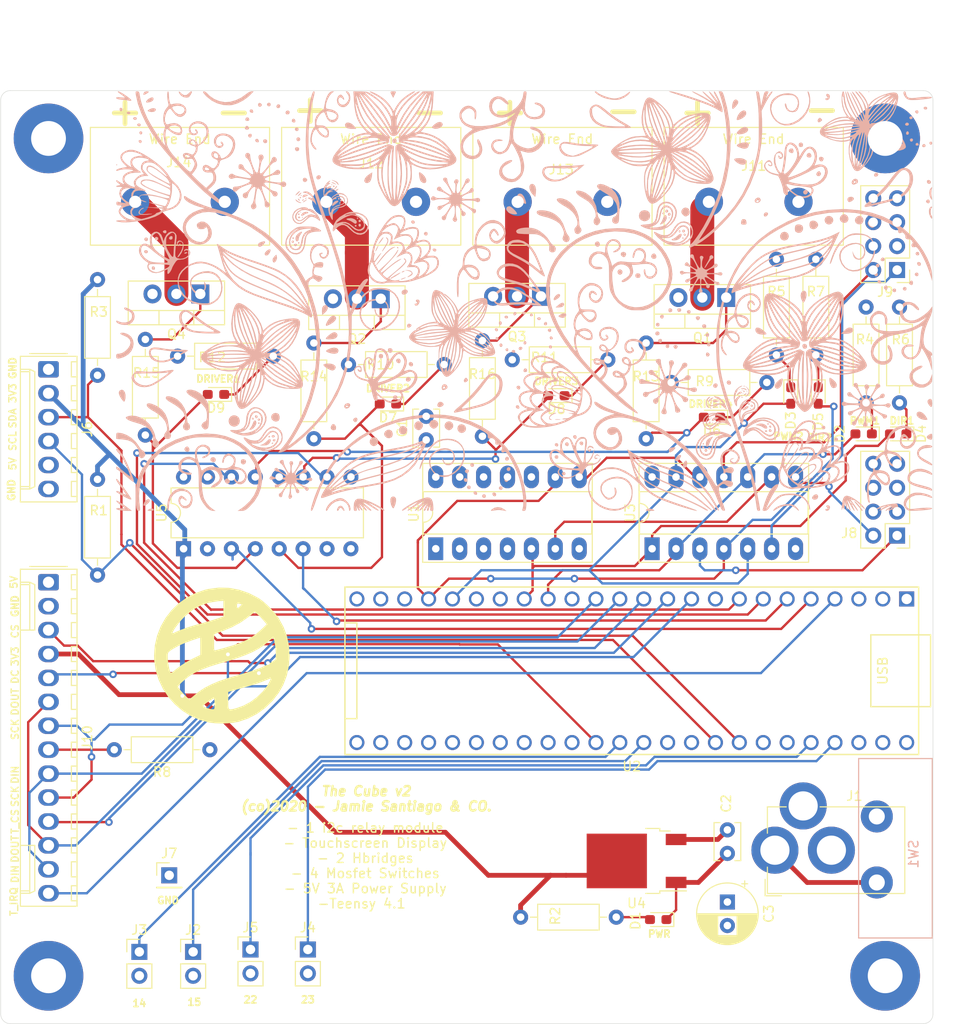
<source format=kicad_pcb>
(kicad_pcb (version 20171130) (host pcbnew "(5.1.6)-1")
  (layers (0 F.Cu signal) (1 In1.Cu signal) (2 In2.Cu signal) (31 B.Cu signal) (34 B.Paste user) (35 F.Paste user) (36 B.SilkS user) (37 F.SilkS user) (38 B.Mask user) (39 F.Mask user) (44 Edge.Cuts user))
  (net 0 "")
  (net 1 +5V)
  (net 2 GND)
  (net 3 "Net-(J1-Pad3)")
  (net 4 +3V3)
  (net 5 /SDA)
  (net 6 /SCK)
  (net 7 /LPWM1)
  (net 8 /RPWM1)
  (net 9 /RPWM2)
  (net 10 /LPWM2)
  (net 11 /CS)
  (net 12 /DC)
  (net 13 /DOUT)
  (net 14 /DIN)
  (net 15 /T_CS)
  (net 16 /T_IRQ)
  (net 17 "Net-(Q2-Pad1)")
  (net 18 "Net-(Q3-Pad1)")
  (net 19 "Net-(Q4-Pad1)")
  (net 20 /5V_driver_1)
  (net 21 /5V_driver_2)
  (net 22 /5V_driver_3)
  (net 23 /5V_driver_4)
  (net 24 /3V_driver_4)
  (net 25 /3V_driver_3)
  (net 26 /3V_driver_2)
  (net 27 /3V_driver_1)
  (net 28 "Net-(U1-Pad3)")
  (net 29 "Net-(U1-Pad2)")
  (net 30 "Net-(Q1-Pad1)")
  (net 31 "Net-(U1-Pad13)")
  (net 32 "Net-(U1-Pad6)")
  (net 33 "Net-(U1-Pad12)")
  (net 34 /DIR1)
  (net 35 "Net-(U1-Pad11)")
  (net 36 "Net-(U1-Pad4)")
  (net 37 "Net-(U1-Pad10)")
  (net 38 /DIR2)
  (net 39 "Net-(U1-Pad8)")
  (net 40 "Net-(U1-Pad1)")
  (net 41 "Net-(U2-Pad18)")
  (net 42 "Net-(U2-Pad19)")
  (net 43 /PWM2)
  (net 44 /PWM1)
  (net 45 "Net-(U2-Pad15)")
  (net 46 "Net-(U2-Pad22)")
  (net 47 "Net-(U2-Pad23)")
  (net 48 "Net-(U2-Pad24)")
  (net 49 "Net-(U2-Pad25)")
  (net 50 "Net-(U2-Pad26)")
  (net 51 "Net-(U2-Pad27)")
  (net 52 "Net-(U2-Pad28)")
  (net 53 "Net-(U2-Pad29)")
  (net 54 "Net-(U2-Pad30)")
  (net 55 "Net-(U2-Pad31)")
  (net 56 "Net-(U2-Pad32)")
  (net 57 "Net-(U2-Pad33)")
  (net 58 "Net-(U2-Pad9)")
  (net 59 "Net-(U2-Pad3)")
  (net 60 "Net-(U2-Pad2)")
  (net 61 "Net-(U2-Pad38)")
  (net 62 "Net-(U2-Pad39)")
  (net 63 "Net-(U2-Pad42)")
  (net 64 "Net-(U2-Pad43)")
  (net 65 "Net-(U2-Pad46)")
  (net 66 "Net-(U5-Pad12)")
  (net 67 "Net-(D1-Pad2)")
  (net 68 "Net-(D2-Pad1)")
  (net 69 "Net-(D3-Pad1)")
  (net 70 "Net-(D4-Pad1)")
  (net 71 "Net-(D5-Pad1)")
  (net 72 "Net-(D6-Pad1)")
  (net 73 "Net-(D7-Pad1)")
  (net 74 "Net-(D8-Pad1)")
  (net 75 "Net-(D9-Pad1)")
  (net 76 "Net-(J1-Pad1)")
  (net 77 /15)
  (net 78 /14)
  (net 79 /23)
  (net 80 /22)
  (net 81 /SCL)
  (net 82 "Net-(J8-Pad6)")
  (net 83 "Net-(J8-Pad5)")
  (net 84 "Net-(J9-Pad5)")
  (net 85 "Net-(J9-Pad6)")
  (net 86 "Net-(J10-Pad8)")
  (net 87 "Net-(J11-Pad1)")
  (net 88 "Net-(J12-Pad1)")
  (net 89 "Net-(J13-Pad1)")
  (net 90 "Net-(J14-Pad1)")
  (module Generic_Controller:flowers (layer B.Cu) (at 159.766 73.152 180)
    (fp_text reference G*** hide)
    (fp_text value LOGO hide)
  )
  (module Generic_Controller:nara (layer F.Cu) (at 128.397 110.744)
    (fp_text reference G*** hide)
    (fp_text value LOGO hide)
  )
  (module LED_SMD:LED_0603_1608Metric_Pad1.05x0.95mm_HandSolder (layer F.Cu) (at 199.503 87.249 180)
    (fp_text reference D4 (at -2.427 0 270) (layer F.SilkS))
    (fp_text value LED hide)
    (pad 2 smd roundrect (at 0.875 0 180) (size 1.05 0.95) (layers F.Cu F.Paste F.Mask) (net 34 /DIR1))
    (pad 1 smd roundrect (at -0.875 0 180) (size 1.05 0.95) (layers F.Cu F.Paste F.Mask) (net 70 "Net-(D4-Pad1)"))
  )
  (module Resistor_THT:R_Axial_DIN0207_L6.3mm_D2.5mm_P10.16mm_Horizontal (layer F.Cu) (at 175.387 81.788)
    (fp_text reference R9 (at 3.556 -0.127) (layer F.SilkS))
    (fp_text value 10K)
    (pad 1 thru_hole circle (at 0 0) (size 1.6 1.6) (drill 0.8) (layers *.Cu *.Mask) (net 2 GND))
    (pad 2 thru_hole oval (at 10.16 0) (size 1.6 1.6) (drill 0.8) (layers *.Cu *.Mask) (net 72 "Net-(D6-Pad1)"))
  )
  (module LED_SMD:LED_0603_1608Metric_Pad1.05x0.95mm_HandSolder (layer F.Cu) (at 174.004 138.811 180)
    (fp_text reference D1 (at 2.413 -0.127 270) (layer F.SilkS))
    (fp_text value LED hide)
    (pad 2 smd roundrect (at 0.875 0 180) (size 1.05 0.95) (layers F.Cu F.Paste F.Mask) (net 67 "Net-(D1-Pad2)"))
    (pad 1 smd roundrect (at -0.875 0 180) (size 1.05 0.95) (layers F.Cu F.Paste F.Mask) (net 2 GND))
  )
  (module LED_SMD:LED_0603_1608Metric_Pad1.05x0.95mm_HandSolder (layer F.Cu) (at 195.834 87.249 180)
    (fp_text reference D2 (at 2.54 0 90) (layer F.SilkS))
    (fp_text value LED hide)
    (pad 2 smd roundrect (at 0.875 0 180) (size 1.05 0.95) (layers F.Cu F.Paste F.Mask) (net 44 /PWM1))
    (pad 1 smd roundrect (at -0.875 0 180) (size 1.05 0.95) (layers F.Cu F.Paste F.Mask) (net 68 "Net-(D2-Pad1)"))
  )
  (module LED_SMD:LED_0603_1608Metric_Pad1.05x0.95mm_HandSolder (layer F.Cu) (at 188.087 83.171 270)
    (fp_text reference D3 (at 2.653 0 90) (layer F.SilkS))
    (fp_text value LED hide)
    (pad 2 smd roundrect (at 0.875 0 270) (size 1.05 0.95) (layers F.Cu F.Paste F.Mask) (net 43 /PWM2))
    (pad 1 smd roundrect (at -0.875 0 270) (size 1.05 0.95) (layers F.Cu F.Paste F.Mask) (net 69 "Net-(D3-Pad1)"))
  )
  (module LED_SMD:LED_0603_1608Metric_Pad1.05x0.95mm_HandSolder (layer F.Cu) (at 191.008 83.171 270)
    (fp_text reference D5 (at 2.78 0 90) (layer F.SilkS))
    (fp_text value LED hide)
    (pad 2 smd roundrect (at 0.875 0 270) (size 1.05 0.95) (layers F.Cu F.Paste F.Mask) (net 38 /DIR2))
    (pad 1 smd roundrect (at -0.875 0 270) (size 1.05 0.95) (layers F.Cu F.Paste F.Mask) (net 71 "Net-(D5-Pad1)"))
  )
  (module LED_SMD:LED_0603_1608Metric_Pad1.05x0.95mm_HandSolder (layer F.Cu) (at 179.719 85.471 180)
    (fp_text reference D6 (at 0 -1.43) (layer F.SilkS))
    (fp_text value LED hide)
    (pad 2 smd roundrect (at 0.875 0 180) (size 1.05 0.95) (layers F.Cu F.Paste F.Mask) (net 23 /5V_driver_4))
    (pad 1 smd roundrect (at -0.875 0 180) (size 1.05 0.95) (layers F.Cu F.Paste F.Mask) (net 72 "Net-(D6-Pad1)"))
  )
  (module Resistor_THT:R_Axial_DIN0207_L6.3mm_D2.5mm_P10.16mm_Horizontal (layer F.Cu) (at 196.088 83.947 90)
    (fp_text reference R4 (at 6.731 -0.127 180) (layer F.SilkS))
    (fp_text value 330)
    (pad 2 thru_hole oval (at 10.16 0 90) (size 1.6 1.6) (drill 0.8) (layers *.Cu *.Mask) (net 2 GND))
    (pad 1 thru_hole circle (at 0 0 90) (size 1.6 1.6) (drill 0.8) (layers *.Cu *.Mask) (net 68 "Net-(D2-Pad1)"))
  )
  (module Connector_PinHeader_2.54mm:PinHeader_1x02_P2.54mm_Vertical (layer F.Cu) (at 136.779 141.986)
    (fp_text reference J4 (at 0 -2.33) (layer F.SilkS))
    (fp_text value "Pin 23" hide)
    (pad 2 thru_hole oval (at 0 2.54) (size 1.7 1.7) (drill 1) (layers *.Cu *.Mask) (net 2 GND))
    (pad 1 thru_hole rect (at 0 0) (size 1.7 1.7) (drill 1) (layers *.Cu *.Mask) (net 79 /23))
  )
  (module Connector_PinHeader_2.54mm:PinHeader_1x02_P2.54mm_Vertical (layer F.Cu) (at 130.683 141.986)
    (fp_text reference J5 (at 0 -2.33) (layer F.SilkS))
    (fp_text value "Pin 22" hide)
    (pad 2 thru_hole oval (at 0 2.54) (size 1.7 1.7) (drill 1) (layers *.Cu *.Mask) (net 2 GND))
    (pad 1 thru_hole rect (at 0 0) (size 1.7 1.7) (drill 1) (layers *.Cu *.Mask) (net 80 /22))
  )
  (module Connector_PinHeader_2.54mm:PinHeader_1x02_P2.54mm_Vertical (layer F.Cu) (at 118.872 142.24)
    (fp_text reference J3 (at 0 -2.33) (layer F.SilkS))
    (fp_text value "Pin 14" hide)
    (pad 2 thru_hole oval (at 0 2.54) (size 1.7 1.7) (drill 1) (layers *.Cu *.Mask) (net 2 GND))
    (pad 1 thru_hole rect (at 0 0) (size 1.7 1.7) (drill 1) (layers *.Cu *.Mask) (net 78 /14))
  )
  (module Resistor_THT:R_Axial_DIN0207_L6.3mm_D2.5mm_P10.16mm_Horizontal (layer F.Cu) (at 114.427 81.026 90)
    (fp_text reference R3 (at 6.731 0.127 180) (layer F.SilkS))
    (fp_text value 2.2K)
    (pad 2 thru_hole oval (at 10.16 0 90) (size 1.6 1.6) (drill 0.8) (layers *.Cu *.Mask) (net 4 +3V3))
    (pad 1 thru_hole circle (at 0 0 90) (size 1.6 1.6) (drill 0.8) (layers *.Cu *.Mask) (net 5 /SDA))
  )
  (module LED_SMD:LED_0603_1608Metric_Pad1.05x0.95mm_HandSolder (layer F.Cu) (at 127.014 83.058 180)
    (fp_text reference D9 (at 0 -1.43) (layer F.SilkS))
    (fp_text value LED hide)
    (pad 2 smd roundrect (at 0.875 0 180) (size 1.05 0.95) (layers F.Cu F.Paste F.Mask) (net 20 /5V_driver_1))
    (pad 1 smd roundrect (at -0.875 0 180) (size 1.05 0.95) (layers F.Cu F.Paste F.Mask) (net 75 "Net-(D9-Pad1)"))
  )
  (module Generic_Controller:rockerSPST (layer B.Cu) (at 195.3006 131.2164 90)
    (fp_text reference SW1 (at -0.635 5.842 270) (layer B.SilkS) (effects (justify mirror)))
    (fp_text value SW_SPST hide)
    (pad 2 thru_hole circle (at 3.3528 1.9304 90) (size 3.4 3.4) (drill 1.7) (layers *.Cu *.Mask) (net 1 +5V))
    (pad 1 thru_hole circle (at -3.6576 1.9304 90) (size 3.4 3.4) (drill 1.7) (layers *.Cu *.Mask) (net 76 "Net-(J1-Pad1)"))
  )
  (module Resistor_THT:R_Axial_DIN0207_L6.3mm_D2.5mm_P10.16mm_Horizontal (layer F.Cu) (at 159.385 138.557)
    (fp_text reference R2 (at 3.683 -0.127 -90) (layer F.SilkS))
    (fp_text value 330)
    (pad 2 thru_hole oval (at 10.16 0) (size 1.6 1.6) (drill 0.8) (layers *.Cu *.Mask) (net 67 "Net-(D1-Pad2)"))
    (pad 1 thru_hole circle (at 0 0) (size 1.6 1.6) (drill 0.8) (layers *.Cu *.Mask) (net 4 +3V3))
  )
  (module LED_SMD:LED_0603_1608Metric_Pad1.05x0.95mm_HandSolder (layer F.Cu) (at 145.288 84.074 180)
    (fp_text reference D7 (at 0 -1.43) (layer F.SilkS))
    (fp_text value LED hide)
    (pad 2 smd roundrect (at 0.875 0 180) (size 1.05 0.95) (layers F.Cu F.Paste F.Mask) (net 21 /5V_driver_2))
    (pad 1 smd roundrect (at -0.875 0 180) (size 1.05 0.95) (layers F.Cu F.Paste F.Mask) (net 73 "Net-(D7-Pad1)"))
  )
  (module Connector_PinHeader_2.54mm:PinHeader_1x01_P2.54mm_Vertical (layer F.Cu) (at 122.047 134.112)
    (fp_text reference J7 (at 0 -2.33) (layer F.SilkS))
    (fp_text value GND_pin hide)
    (pad 1 thru_hole rect (at 0 0) (size 1.7 1.7) (drill 1) (layers *.Cu *.Mask) (net 2 GND))
  )
  (module Resistor_THT:R_Axial_DIN0207_L6.3mm_D2.5mm_P10.16mm_Horizontal (layer F.Cu) (at 114.427 102.235 90)
    (fp_text reference R1 (at 6.858 0.127 180) (layer F.SilkS))
    (fp_text value 2.2K)
    (pad 2 thru_hole oval (at 10.16 0 90) (size 1.6 1.6) (drill 0.8) (layers *.Cu *.Mask) (net 4 +3V3))
    (pad 1 thru_hole circle (at 0 0 90) (size 1.6 1.6) (drill 0.8) (layers *.Cu *.Mask) (net 81 /SCL))
  )
  (module LED_SMD:LED_0603_1608Metric_Pad1.05x0.95mm_HandSolder (layer F.Cu) (at 163.181 83.185 180)
    (fp_text reference D8 (at 0 -1.43) (layer F.SilkS))
    (fp_text value LED hide)
    (pad 2 smd roundrect (at 0.875 0 180) (size 1.05 0.95) (layers F.Cu F.Paste F.Mask) (net 22 /5V_driver_3))
    (pad 1 smd roundrect (at -0.875 0 180) (size 1.05 0.95) (layers F.Cu F.Paste F.Mask) (net 74 "Net-(D8-Pad1)"))
  )
  (module Connector_PinHeader_2.54mm:PinHeader_1x02_P2.54mm_Vertical (layer F.Cu) (at 124.587 142.24)
    (fp_text reference J2 (at 0 -2.33) (layer F.SilkS))
    (fp_text value "Pin 15" hide)
    (pad 2 thru_hole oval (at 0 2.54) (size 1.7 1.7) (drill 1) (layers *.Cu *.Mask) (net 2 GND))
    (pad 1 thru_hole rect (at 0 0) (size 1.7 1.7) (drill 1) (layers *.Cu *.Mask) (net 77 /15))
  )
  (module Resistor_THT:R_Axial_DIN0207_L6.3mm_D2.5mm_P10.16mm_Horizontal (layer F.Cu) (at 186.563 78.867 90)
    (fp_text reference R5 (at 6.731 0 180) (layer F.SilkS))
    (fp_text value 330)
    (pad 2 thru_hole oval (at 10.16 0 90) (size 1.6 1.6) (drill 0.8) (layers *.Cu *.Mask) (net 2 GND))
    (pad 1 thru_hole circle (at 0 0 90) (size 1.6 1.6) (drill 0.8) (layers *.Cu *.Mask) (net 69 "Net-(D3-Pad1)"))
  )
  (module Resistor_THT:R_Axial_DIN0207_L6.3mm_D2.5mm_P10.16mm_Horizontal (layer F.Cu) (at 199.644 83.947 90)
    (fp_text reference R6 (at 6.731 0.127 180) (layer F.SilkS))
    (fp_text value 330)
    (pad 2 thru_hole oval (at 10.16 0 90) (size 1.6 1.6) (drill 0.8) (layers *.Cu *.Mask) (net 2 GND))
    (pad 1 thru_hole circle (at 0 0 90) (size 1.6 1.6) (drill 0.8) (layers *.Cu *.Mask) (net 70 "Net-(D4-Pad1)"))
  )
  (module Resistor_THT:R_Axial_DIN0207_L6.3mm_D2.5mm_P10.16mm_Horizontal (layer F.Cu) (at 190.754 78.867 90)
    (fp_text reference R7 (at 6.731 0 180) (layer F.SilkS))
    (fp_text value 330)
    (pad 2 thru_hole oval (at 10.16 0 90) (size 1.6 1.6) (drill 0.8) (layers *.Cu *.Mask) (net 2 GND))
    (pad 1 thru_hole circle (at 0 0 90) (size 1.6 1.6) (drill 0.8) (layers *.Cu *.Mask) (net 71 "Net-(D5-Pad1)"))
  )
  (module Resistor_THT:R_Axial_DIN0207_L6.3mm_D2.5mm_P10.16mm_Horizontal (layer F.Cu) (at 155.321 87.503 90)
    (fp_text reference R16 (at 6.604 0 180) (layer F.SilkS))
    (fp_text value 330)
    (pad 2 thru_hole oval (at 10.16 0 90) (size 1.6 1.6) (drill 0.8) (layers *.Cu *.Mask) (net 18 "Net-(Q3-Pad1)"))
    (pad 1 thru_hole circle (at 0 0 90) (size 1.6 1.6) (drill 0.8) (layers *.Cu *.Mask) (net 22 /5V_driver_3))
  )
  (module Resistor_THT:R_Axial_DIN0207_L6.3mm_D2.5mm_P10.16mm_Horizontal (layer F.Cu) (at 119.507 87.376 90)
    (fp_text reference R15 (at 6.604 0.127 180) (layer F.SilkS))
    (fp_text value 330)
    (pad 2 thru_hole oval (at 10.16 0 90) (size 1.6 1.6) (drill 0.8) (layers *.Cu *.Mask) (net 19 "Net-(Q4-Pad1)"))
    (pad 1 thru_hole circle (at 0 0 90) (size 1.6 1.6) (drill 0.8) (layers *.Cu *.Mask) (net 20 /5V_driver_1))
  )
  (module Resistor_THT:R_Axial_DIN0207_L6.3mm_D2.5mm_P10.16mm_Horizontal (layer F.Cu) (at 137.414 87.757 90)
    (fp_text reference R14 (at 6.604 0 180) (layer F.SilkS))
    (fp_text value 330)
    (pad 2 thru_hole oval (at 10.16 0 90) (size 1.6 1.6) (drill 0.8) (layers *.Cu *.Mask) (net 17 "Net-(Q2-Pad1)"))
    (pad 1 thru_hole circle (at 0 0 90) (size 1.6 1.6) (drill 0.8) (layers *.Cu *.Mask) (net 21 /5V_driver_2))
  )
  (module Resistor_THT:R_Axial_DIN0207_L6.3mm_D2.5mm_P10.16mm_Horizontal (layer F.Cu) (at 172.72 87.757 90)
    (fp_text reference R13 (at 6.604 0) (layer F.SilkS))
    (fp_text value 330)
    (pad 2 thru_hole oval (at 10.16 0 90) (size 1.6 1.6) (drill 0.8) (layers *.Cu *.Mask) (net 30 "Net-(Q1-Pad1)"))
    (pad 1 thru_hole circle (at 0 0 90) (size 1.6 1.6) (drill 0.8) (layers *.Cu *.Mask) (net 23 /5V_driver_4))
  )
  (module Generic_Controller:BarrelJack_Horizontal_3.1mmHole (layer F.Cu) (at 186.405 131.445 90)
    (fp_text reference J1 (at 5.75 8.45) (layer F.SilkS))
    (fp_text value "5V from Wall" hide)
    (pad 3 thru_hole circle (at 4.7 3 90) (size 5 5) (drill 3.1) (layers *.Cu *.Mask) (net 3 "Net-(J1-Pad3)"))
    (pad 2 thru_hole circle (at 0 6 90) (size 5 5) (drill 3.1) (layers *.Cu *.Mask) (net 2 GND))
    (pad 1 thru_hole circle (at 0 0 90) (size 5 5) (drill 3.1) (layers *.Cu *.Mask) (net 76 "Net-(J1-Pad1)"))
  )
  (module Capacitor_THT:C_Disc_D3.8mm_W2.6mm_P2.50mm (layer F.Cu) (at 149.352 87.884 90)
    (fp_text reference C1 (at 1.25 -2.55 90) (layer F.SilkS))
    (fp_text value .1uf)
    (pad 2 thru_hole circle (at 2.5 0 90) (size 1.6 1.6) (drill 0.8) (layers *.Cu *.Mask) (net 2 GND))
    (pad 1 thru_hole circle (at 0 0 90) (size 1.6 1.6) (drill 0.8) (layers *.Cu *.Mask) (net 1 +5V))
  )
  (module teensy:Teensy41 (layer F.Cu) (at 171.196 112.395 180)
    (fp_text reference U2 (at 0 -10.16 180) (layer F.SilkS))
    (fp_text value Teensy4.1)
    (fp_text user USB (at -26.67 0 90) (layer F.SilkS))
    (pad 17 thru_hole circle (at 11.43 7.62 180) (size 1.6 1.6) (drill 1.1) (layers *.Cu *.Mask) (net 34 /DIR1))
    (pad 18 thru_hole circle (at 13.97 7.62 180) (size 1.6 1.6) (drill 1.1) (layers *.Cu *.Mask) (net 41 "Net-(U2-Pad18)"))
    (pad 19 thru_hole circle (at 16.51 7.62 180) (size 1.6 1.6) (drill 1.1) (layers *.Cu *.Mask) (net 42 "Net-(U2-Pad19)"))
    (pad 20 thru_hole circle (at 19.05 7.62 180) (size 1.6 1.6) (drill 1.1) (layers *.Cu *.Mask) (net 43 /PWM2))
    (pad 16 thru_hole circle (at 8.89 7.62 180) (size 1.6 1.6) (drill 1.1) (layers *.Cu *.Mask) (net 44 /PWM1))
    (pad 15 thru_hole circle (at 6.35 7.62 180) (size 1.6 1.6) (drill 1.1) (layers *.Cu *.Mask) (net 45 "Net-(U2-Pad15)"))
    (pad 14 thru_hole circle (at 3.81 7.62 180) (size 1.6 1.6) (drill 1.1) (layers *.Cu *.Mask) (net 14 /DIN))
    (pad 21 thru_hole circle (at 21.59 7.62 180) (size 1.6 1.6) (drill 1.1) (layers *.Cu *.Mask) (net 38 /DIR2))
    (pad 22 thru_hole circle (at 24.13 7.62 180) (size 1.6 1.6) (drill 1.1) (layers *.Cu *.Mask) (net 46 "Net-(U2-Pad22)"))
    (pad 23 thru_hole circle (at 26.67 7.62 180) (size 1.6 1.6) (drill 1.1) (layers *.Cu *.Mask) (net 47 "Net-(U2-Pad23)"))
    (pad 24 thru_hole circle (at 29.21 7.62 180) (size 1.6 1.6) (drill 1.1) (layers *.Cu *.Mask) (net 48 "Net-(U2-Pad24)"))
    (pad 25 thru_hole circle (at 29.21 -7.62 180) (size 1.6 1.6) (drill 1.1) (layers *.Cu *.Mask) (net 49 "Net-(U2-Pad25)"))
    (pad 26 thru_hole circle (at 26.67 -7.62 180) (size 1.6 1.6) (drill 1.1) (layers *.Cu *.Mask) (net 50 "Net-(U2-Pad26)"))
    (pad 27 thru_hole circle (at 24.13 -7.62 180) (size 1.6 1.6) (drill 1.1) (layers *.Cu *.Mask) (net 51 "Net-(U2-Pad27)"))
    (pad 28 thru_hole circle (at 21.59 -7.62 180) (size 1.6 1.6) (drill 1.1) (layers *.Cu *.Mask) (net 52 "Net-(U2-Pad28)"))
    (pad 29 thru_hole circle (at 19.05 -7.62 180) (size 1.6 1.6) (drill 1.1) (layers *.Cu *.Mask) (net 53 "Net-(U2-Pad29)"))
    (pad 30 thru_hole circle (at 16.51 -7.62 180) (size 1.6 1.6) (drill 1.1) (layers *.Cu *.Mask) (net 54 "Net-(U2-Pad30)"))
    (pad 31 thru_hole circle (at 13.97 -7.62 180) (size 1.6 1.6) (drill 1.1) (layers *.Cu *.Mask) (net 55 "Net-(U2-Pad31)"))
    (pad 32 thru_hole circle (at 11.43 -7.62 180) (size 1.6 1.6) (drill 1.1) (layers *.Cu *.Mask) (net 56 "Net-(U2-Pad32)"))
    (pad 33 thru_hole circle (at 8.89 -7.62 180) (size 1.6 1.6) (drill 1.1) (layers *.Cu *.Mask) (net 57 "Net-(U2-Pad33)"))
    (pad 34 thru_hole circle (at 6.35 -7.62 180) (size 1.6 1.6) (drill 1.1) (layers *.Cu *.Mask) (net 2 GND))
    (pad 13 thru_hole circle (at 1.27 7.62 180) (size 1.6 1.6) (drill 1.1) (layers *.Cu *.Mask) (net 13 /DOUT))
    (pad 12 thru_hole circle (at -1.27 7.62 180) (size 1.6 1.6) (drill 1.1) (layers *.Cu *.Mask) (net 11 /CS))
    (pad 11 thru_hole circle (at -3.81 7.62 180) (size 1.6 1.6) (drill 1.1) (layers *.Cu *.Mask) (net 12 /DC))
    (pad 10 thru_hole circle (at -6.35 7.62 180) (size 1.6 1.6) (drill 1.1) (layers *.Cu *.Mask) (net 15 /T_CS))
    (pad 9 thru_hole circle (at -8.89 7.62 180) (size 1.6 1.6) (drill 1.1) (layers *.Cu *.Mask) (net 58 "Net-(U2-Pad9)"))
    (pad 8 thru_hole circle (at -11.43 7.62 180) (size 1.6 1.6) (drill 1.1) (layers *.Cu *.Mask) (net 24 /3V_driver_4))
    (pad 7 thru_hole circle (at -13.97 7.62 180) (size 1.6 1.6) (drill 1.1) (layers *.Cu *.Mask) (net 25 /3V_driver_3))
    (pad 6 thru_hole circle (at -16.51 7.62 180) (size 1.6 1.6) (drill 1.1) (layers *.Cu *.Mask) (net 26 /3V_driver_2))
    (pad 5 thru_hole circle (at -19.05 7.62 180) (size 1.6 1.6) (drill 1.1) (layers *.Cu *.Mask) (net 27 /3V_driver_1))
    (pad 4 thru_hole circle (at -21.59 7.62 180) (size 1.6 1.6) (drill 1.1) (layers *.Cu *.Mask) (net 16 /T_IRQ))
    (pad 3 thru_hole circle (at -24.13 7.62 180) (size 1.6 1.6) (drill 1.1) (layers *.Cu *.Mask) (net 59 "Net-(U2-Pad3)"))
    (pad 2 thru_hole circle (at -26.67 7.62 180) (size 1.6 1.6) (drill 1.1) (layers *.Cu *.Mask) (net 60 "Net-(U2-Pad2)"))
    (pad 1 thru_hole rect (at -29.21 7.62 180) (size 1.6 1.6) (drill 1.1) (layers *.Cu *.Mask) (net 2 GND))
    (pad 35 thru_hole circle (at 3.81 -7.62 180) (size 1.6 1.6) (drill 1.1) (layers *.Cu *.Mask) (net 6 /SCK))
    (pad 36 thru_hole circle (at 1.27 -7.62 180) (size 1.6 1.6) (drill 1.1) (layers *.Cu *.Mask) (net 78 /14))
    (pad 37 thru_hole circle (at -1.27 -7.62 180) (size 1.6 1.6) (drill 1.1) (layers *.Cu *.Mask) (net 77 /15))
    (pad 38 thru_hole circle (at -3.81 -7.62 180) (size 1.6 1.6) (drill 1.1) (layers *.Cu *.Mask) (net 61 "Net-(U2-Pad38)"))
    (pad 39 thru_hole circle (at -6.35 -7.62 180) (size 1.6 1.6) (drill 1.1) (layers *.Cu *.Mask) (net 62 "Net-(U2-Pad39)"))
    (pad 40 thru_hole circle (at -8.89 -7.62 180) (size 1.6 1.6) (drill 1.1) (layers *.Cu *.Mask) (net 5 /SDA))
    (pad 41 thru_hole circle (at -11.43 -7.62 180) (size 1.6 1.6) (drill 1.1) (layers *.Cu *.Mask) (net 81 /SCL))
    (pad 42 thru_hole circle (at -13.97 -7.62 180) (size 1.6 1.6) (drill 1.1) (layers *.Cu *.Mask) (net 63 "Net-(U2-Pad42)"))
    (pad 43 thru_hole circle (at -16.51 -7.62 180) (size 1.6 1.6) (drill 1.1) (layers *.Cu *.Mask) (net 64 "Net-(U2-Pad43)"))
    (pad 44 thru_hole circle (at -19.05 -7.62 180) (size 1.6 1.6) (drill 1.1) (layers *.Cu *.Mask) (net 80 /22))
    (pad 45 thru_hole circle (at -21.59 -7.62 180) (size 1.6 1.6) (drill 1.1) (layers *.Cu *.Mask) (net 79 /23))
    (pad 46 thru_hole circle (at -24.13 -7.62 180) (size 1.6 1.6) (drill 1.1) (layers *.Cu *.Mask) (net 65 "Net-(U2-Pad46)"))
    (pad 47 thru_hole circle (at -26.67 -7.62 180) (size 1.6 1.6) (drill 1.1) (layers *.Cu *.Mask) (net 2 GND))
    (pad 48 thru_hole circle (at -29.21 -7.62 180) (size 1.6 1.6) (drill 1.1) (layers *.Cu *.Mask) (net 1 +5V))
  )
  (module Generic_Controller:30A_WireToBoard_796739 (layer F.Cu) (at 184.15 60.96)
    (fp_text reference J11 (at 0 -2.159) (layer F.SilkS))
    (fp_text value Driver4)
    (fp_text user "Wire End" (at -0.02 -5.01) (layer F.SilkS))
    (pad 2 thru_hole circle (at 4.76 1.65) (size 3 3) (drill 1.3) (layers *.Cu *.Mask) (net 2 GND))
    (pad 1 thru_hole circle (at -4.76 1.65) (size 3 3) (drill 1.3) (layers *.Cu *.Mask) (net 87 "Net-(J11-Pad1)"))
  )
  (module Generic_Controller:30A_WireToBoard_796739 (layer F.Cu) (at 123.19 60.96)
    (fp_text reference J14 (at -0.127 -2.54) (layer F.SilkS))
    (fp_text value Driver1)
    (fp_text user "Wire End" (at -0.02 -5.01) (layer F.SilkS))
    (pad 2 thru_hole circle (at 4.76 1.65) (size 3 3) (drill 1.3) (layers *.Cu *.Mask) (net 2 GND))
    (pad 1 thru_hole circle (at -4.76 1.65) (size 3 3) (drill 1.3) (layers *.Cu *.Mask) (net 90 "Net-(J14-Pad1)"))
  )
  (module Generic_Controller:30A_WireToBoard_796739 (layer F.Cu) (at 143.51 60.96)
    (fp_text reference J12 (at 0 -2.413) (layer F.SilkS))
    (fp_text value Driver2)
    (fp_text user "Wire End" (at -0.02 -5.01) (layer F.SilkS))
    (pad 1 thru_hole circle (at -4.76 1.65) (size 3 3) (drill 1.3) (layers *.Cu *.Mask) (net 88 "Net-(J12-Pad1)"))
    (pad 2 thru_hole circle (at 4.76 1.65) (size 3 3) (drill 1.3) (layers *.Cu *.Mask) (net 2 GND))
  )
  (module Generic_Controller:30A_WireToBoard_796739 (layer F.Cu) (at 163.83 60.96)
    (fp_text reference J13 (at -0.127 -1.778) (layer F.SilkS))
    (fp_text value Driver3)
    (fp_text user "Wire End" (at -0.02 -5.01) (layer F.SilkS))
    (pad 1 thru_hole circle (at -4.76 1.65) (size 3 3) (drill 1.3) (layers *.Cu *.Mask) (net 89 "Net-(J13-Pad1)"))
    (pad 2 thru_hole circle (at 4.76 1.65) (size 3 3) (drill 1.3) (layers *.Cu *.Mask) (net 2 GND))
  )
  (module MountingHole:MountingHole_3.7mm_Pad (layer F.Cu) (at 198.12 144.78)
    (fp_text reference REF** hide)
    (fp_text value MountingHole_3.7mm_Pad hide)
    (pad 1 thru_hole circle (at 0 0) (size 7.4 7.4) (drill 3.7) (layers *.Cu *.Mask))
  )
  (module MountingHole:MountingHole_3.7mm_Pad (layer F.Cu) (at 109.22 144.78)
    (fp_text reference REF** hide)
    (fp_text value MountingHole_3.7mm_Pad hide)
    (pad 1 thru_hole circle (at 0 0) (size 7.4 7.4) (drill 3.7) (layers *.Cu *.Mask))
  )
  (module MountingHole:MountingHole_3.7mm_Pad (layer F.Cu) (at 109.22 55.88)
    (fp_text reference REF** hide)
    (fp_text value MountingHole_3.7mm_Pad hide)
    (pad 1 thru_hole circle (at 0 0) (size 7.4 7.4) (drill 3.7) (layers *.Cu *.Mask))
  )
  (module MountingHole:MountingHole_3.7mm_Pad (layer F.Cu) (at 198.12 55.88)
    (fp_text reference REF** hide)
    (fp_text value MountingHole_3.7mm_Pad hide)
    (pad 1 thru_hole circle (at 0 0) (size 7.4 7.4) (drill 3.7) (layers *.Cu *.Mask))
  )
  (module Capacitor_THT:C_Disc_D3.8mm_W2.6mm_P2.50mm (layer F.Cu) (at 181.356 129.286 270)
    (fp_text reference C2 (at -2.794 0.127 90) (layer F.SilkS))
    (fp_text value .1uf)
    (pad 1 thru_hole circle (at 0 0 270) (size 1.6 1.6) (drill 0.8) (layers *.Cu *.Mask) (net 1 +5V))
    (pad 2 thru_hole circle (at 2.5 0 270) (size 1.6 1.6) (drill 0.8) (layers *.Cu *.Mask) (net 2 GND))
  )
  (module Capacitor_THT:CP_Radial_D6.3mm_P2.50mm (layer F.Cu) (at 181.356 136.946 270)
    (fp_text reference C3 (at 1.25 -4.4 90) (layer F.SilkS))
    (fp_text value 100uF)
    (pad 1 thru_hole rect (at 0 0 270) (size 1.6 1.6) (drill 0.8) (layers *.Cu *.Mask) (net 1 +5V))
    (pad 2 thru_hole circle (at 2.5 0 270) (size 1.6 1.6) (drill 0.8) (layers *.Cu *.Mask) (net 2 GND))
  )
  (module Connector_Molex:Molex_KK-254_AE-6410-06A_1x06_P2.54mm_Vertical (layer F.Cu) (at 109.22 80.391 270)
    (fp_text reference J6 (at 6.35 -4.12 90) (layer F.SilkS))
    (fp_text value i2c)
    (pad 1 thru_hole roundrect (at 0 0 270) (size 1.74 2.19) (drill 1.19) (layers *.Cu *.Mask) (roundrect_rratio 0.143678) (net 2 GND))
    (pad 2 thru_hole oval (at 2.54 0 270) (size 1.74 2.19) (drill 1.19) (layers *.Cu *.Mask) (net 4 +3V3))
    (pad 3 thru_hole oval (at 5.08 0 270) (size 1.74 2.19) (drill 1.19) (layers *.Cu *.Mask) (net 5 /SDA))
    (pad 4 thru_hole oval (at 7.62 0 270) (size 1.74 2.19) (drill 1.19) (layers *.Cu *.Mask) (net 81 /SCL))
    (pad 5 thru_hole oval (at 10.16 0 270) (size 1.74 2.19) (drill 1.19) (layers *.Cu *.Mask) (net 1 +5V))
    (pad 6 thru_hole oval (at 12.7 0 270) (size 1.74 2.19) (drill 1.19) (layers *.Cu *.Mask) (net 2 GND))
  )
  (module Connector_PinHeader_2.54mm:PinHeader_2x04_P2.54mm_Vertical (layer F.Cu) (at 199.39 98.044 180)
    (fp_text reference J8 (at 5.08 0.254) (layer F.SilkS))
    (fp_text value "BTN7960B H-Bridge" hide)
    (pad 8 thru_hole oval (at 2.54 7.62 180) (size 1.7 1.7) (drill 1) (layers *.Cu *.Mask) (net 2 GND))
    (pad 7 thru_hole oval (at 0 7.62 180) (size 1.7 1.7) (drill 1) (layers *.Cu *.Mask) (net 1 +5V))
    (pad 6 thru_hole oval (at 2.54 5.08 180) (size 1.7 1.7) (drill 1) (layers *.Cu *.Mask) (net 82 "Net-(J8-Pad6)"))
    (pad 5 thru_hole oval (at 0 5.08 180) (size 1.7 1.7) (drill 1) (layers *.Cu *.Mask) (net 83 "Net-(J8-Pad5)"))
    (pad 4 thru_hole oval (at 2.54 2.54 180) (size 1.7 1.7) (drill 1) (layers *.Cu *.Mask) (net 1 +5V))
    (pad 3 thru_hole oval (at 0 2.54 180) (size 1.7 1.7) (drill 1) (layers *.Cu *.Mask) (net 1 +5V))
    (pad 2 thru_hole oval (at 2.54 0 180) (size 1.7 1.7) (drill 1) (layers *.Cu *.Mask) (net 7 /LPWM1))
    (pad 1 thru_hole rect (at 0 0 180) (size 1.7 1.7) (drill 1) (layers *.Cu *.Mask) (net 8 /RPWM1))
  )
  (module Connector_PinHeader_2.54mm:PinHeader_2x04_P2.54mm_Vertical (layer F.Cu) (at 199.39 69.85 180)
    (fp_text reference J9 (at 1.27 -2.33) (layer F.SilkS))
    (fp_text value "BTN7906B H-Bridge" hide)
    (pad 1 thru_hole rect (at 0 0 180) (size 1.7 1.7) (drill 1) (layers *.Cu *.Mask) (net 9 /RPWM2))
    (pad 2 thru_hole oval (at 2.54 0 180) (size 1.7 1.7) (drill 1) (layers *.Cu *.Mask) (net 10 /LPWM2))
    (pad 3 thru_hole oval (at 0 2.54 180) (size 1.7 1.7) (drill 1) (layers *.Cu *.Mask) (net 1 +5V))
    (pad 4 thru_hole oval (at 2.54 2.54 180) (size 1.7 1.7) (drill 1) (layers *.Cu *.Mask) (net 1 +5V))
    (pad 5 thru_hole oval (at 0 5.08 180) (size 1.7 1.7) (drill 1) (layers *.Cu *.Mask) (net 84 "Net-(J9-Pad5)"))
    (pad 6 thru_hole oval (at 2.54 5.08 180) (size 1.7 1.7) (drill 1) (layers *.Cu *.Mask) (net 85 "Net-(J9-Pad6)"))
    (pad 7 thru_hole oval (at 0 7.62 180) (size 1.7 1.7) (drill 1) (layers *.Cu *.Mask) (net 1 +5V))
    (pad 8 thru_hole oval (at 2.54 7.62 180) (size 1.7 1.7) (drill 1) (layers *.Cu *.Mask) (net 2 GND))
  )
  (module Connector_Molex:Molex_KK-254_AE-6410-14A_1x14_P2.54mm_Vertical (layer F.Cu) (at 109.22 102.997 270)
    (fp_text reference J10 (at 16.51 -4.12 90) (layer F.SilkS))
    (fp_text value Display)
    (pad 1 thru_hole roundrect (at 0 0 270) (size 1.74 2.19) (drill 1.19) (layers *.Cu *.Mask) (roundrect_rratio 0.143678) (net 1 +5V))
    (pad 2 thru_hole oval (at 2.54 0 270) (size 1.74 2.19) (drill 1.19) (layers *.Cu *.Mask) (net 2 GND))
    (pad 3 thru_hole oval (at 5.08 0 270) (size 1.74 2.19) (drill 1.19) (layers *.Cu *.Mask) (net 11 /CS))
    (pad 4 thru_hole oval (at 7.62 0 270) (size 1.74 2.19) (drill 1.19) (layers *.Cu *.Mask) (net 4 +3V3))
    (pad 5 thru_hole oval (at 10.16 0 270) (size 1.74 2.19) (drill 1.19) (layers *.Cu *.Mask) (net 12 /DC))
    (pad 6 thru_hole oval (at 12.7 0 270) (size 1.74 2.19) (drill 1.19) (layers *.Cu *.Mask) (net 13 /DOUT))
    (pad 7 thru_hole oval (at 15.24 0 270) (size 1.74 2.19) (drill 1.19) (layers *.Cu *.Mask) (net 6 /SCK))
    (pad 8 thru_hole oval (at 17.78 0 270) (size 1.74 2.19) (drill 1.19) (layers *.Cu *.Mask) (net 86 "Net-(J10-Pad8)"))
    (pad 9 thru_hole oval (at 20.32 0 270) (size 1.74 2.19) (drill 1.19) (layers *.Cu *.Mask) (net 14 /DIN))
    (pad 10 thru_hole oval (at 22.86 0 270) (size 1.74 2.19) (drill 1.19) (layers *.Cu *.Mask) (net 6 /SCK))
    (pad 11 thru_hole oval (at 25.4 0 270) (size 1.74 2.19) (drill 1.19) (layers *.Cu *.Mask) (net 15 /T_CS))
    (pad 12 thru_hole oval (at 27.94 0 270) (size 1.74 2.19) (drill 1.19) (layers *.Cu *.Mask) (net 13 /DOUT))
    (pad 13 thru_hole oval (at 30.48 0 270) (size 1.74 2.19) (drill 1.19) (layers *.Cu *.Mask) (net 14 /DIN))
    (pad 14 thru_hole oval (at 33.02 0 270) (size 1.74 2.19) (drill 1.19) (layers *.Cu *.Mask) (net 16 /T_IRQ))
  )
  (module Package_TO_SOT_THT:TO-220-3_Vertical (layer F.Cu) (at 125.349 72.39 180)
    (fp_text reference Q4 (at 2.54 -4.27) (layer F.SilkS))
    (fp_text value FQP30N06L)
    (pad 1 thru_hole rect (at 0 0 180) (size 1.905 2) (drill 1.1) (layers *.Cu *.Mask) (net 19 "Net-(Q4-Pad1)"))
    (pad 2 thru_hole oval (at 2.54 0 180) (size 1.905 2) (drill 1.1) (layers *.Cu *.Mask) (net 90 "Net-(J14-Pad1)"))
    (pad 3 thru_hole oval (at 5.08 0 180) (size 1.905 2) (drill 1.1) (layers *.Cu *.Mask) (net 2 GND))
  )
  (module Package_TO_SOT_THT:TO-220-3_Vertical (layer F.Cu) (at 144.526 72.898 180)
    (fp_text reference Q2 (at 2.54 -4.27) (layer F.SilkS))
    (fp_text value FQP30N06L)
    (pad 3 thru_hole oval (at 5.08 0 180) (size 1.905 2) (drill 1.1) (layers *.Cu *.Mask) (net 2 GND))
    (pad 2 thru_hole oval (at 2.54 0 180) (size 1.905 2) (drill 1.1) (layers *.Cu *.Mask) (net 88 "Net-(J12-Pad1)"))
    (pad 1 thru_hole rect (at 0 0 180) (size 1.905 2) (drill 1.1) (layers *.Cu *.Mask) (net 17 "Net-(Q2-Pad1)"))
  )
  (module Package_TO_SOT_THT:TO-220-3_Vertical (layer F.Cu) (at 161.544 72.644 180)
    (fp_text reference Q3 (at 2.54 -4.27) (layer F.SilkS))
    (fp_text value FQP30N06L)
    (pad 3 thru_hole oval (at 5.08 0 180) (size 1.905 2) (drill 1.1) (layers *.Cu *.Mask) (net 2 GND))
    (pad 2 thru_hole oval (at 2.54 0 180) (size 1.905 2) (drill 1.1) (layers *.Cu *.Mask) (net 89 "Net-(J13-Pad1)"))
    (pad 1 thru_hole rect (at 0 0 180) (size 1.905 2) (drill 1.1) (layers *.Cu *.Mask) (net 18 "Net-(Q3-Pad1)"))
  )
  (module Package_TO_SOT_THT:TO-220-3_Vertical (layer F.Cu) (at 181.229 72.771 180)
    (fp_text reference Q1 (at 2.54 -4.27) (layer F.SilkS))
    (fp_text value FQP30N06L)
    (pad 1 thru_hole rect (at 0 0 180) (size 1.905 2) (drill 1.1) (layers *.Cu *.Mask) (net 30 "Net-(Q1-Pad1)"))
    (pad 2 thru_hole oval (at 2.54 0 180) (size 1.905 2) (drill 1.1) (layers *.Cu *.Mask) (net 87 "Net-(J11-Pad1)"))
    (pad 3 thru_hole oval (at 5.08 0 180) (size 1.905 2) (drill 1.1) (layers *.Cu *.Mask) (net 2 GND))
  )
  (module Resistor_THT:R_Axial_DIN0207_L6.3mm_D2.5mm_P10.16mm_Horizontal (layer F.Cu) (at 126.365 120.777 180)
    (fp_text reference R8 (at 5.08 -2.37) (layer F.SilkS))
    (fp_text value 100)
    (pad 1 thru_hole circle (at 0 0 180) (size 1.6 1.6) (drill 0.8) (layers *.Cu *.Mask) (net 1 +5V))
    (pad 2 thru_hole oval (at 10.16 0 180) (size 1.6 1.6) (drill 0.8) (layers *.Cu *.Mask) (net 86 "Net-(J10-Pad8)"))
  )
  (module Resistor_THT:R_Axial_DIN0207_L6.3mm_D2.5mm_P10.16mm_Horizontal (layer F.Cu) (at 122.936 78.994)
    (fp_text reference R12 (at 3.683 0.127) (layer F.SilkS))
    (fp_text value 10K)
    (pad 2 thru_hole oval (at 10.16 0) (size 1.6 1.6) (drill 0.8) (layers *.Cu *.Mask) (net 75 "Net-(D9-Pad1)"))
    (pad 1 thru_hole circle (at 0 0) (size 1.6 1.6) (drill 0.8) (layers *.Cu *.Mask) (net 2 GND))
  )
  (module Resistor_THT:R_Axial_DIN0207_L6.3mm_D2.5mm_P10.16mm_Horizontal (layer F.Cu) (at 141.097 79.883)
    (fp_text reference R10 (at 3.429 0) (layer F.SilkS))
    (fp_text value 10K)
    (pad 1 thru_hole circle (at 0 0) (size 1.6 1.6) (drill 0.8) (layers *.Cu *.Mask) (net 2 GND))
    (pad 2 thru_hole oval (at 10.16 0) (size 1.6 1.6) (drill 0.8) (layers *.Cu *.Mask) (net 73 "Net-(D7-Pad1)"))
  )
  (module Resistor_THT:R_Axial_DIN0207_L6.3mm_D2.5mm_P10.16mm_Horizontal (layer F.Cu) (at 158.496 79.375)
    (fp_text reference R11 (at 3.429 -0.254) (layer F.SilkS))
    (fp_text value 10K)
    (pad 2 thru_hole oval (at 10.16 0) (size 1.6 1.6) (drill 0.8) (layers *.Cu *.Mask) (net 74 "Net-(D8-Pad1)"))
    (pad 1 thru_hole circle (at 0 0) (size 1.6 1.6) (drill 0.8) (layers *.Cu *.Mask) (net 2 GND))
  )
  (module Package_DIP:DIP-14_W7.62mm_Socket_LongPads (layer F.Cu) (at 150.368 99.441 90)
    (fp_text reference U1 (at 3.81 -2.33 90) (layer F.SilkS))
    (fp_text value CD74HCT04E)
    (pad 14 thru_hole oval (at 7.62 0 90) (size 2.4 1.6) (drill 0.8) (layers *.Cu *.Mask) (net 1 +5V))
    (pad 7 thru_hole oval (at 0 15.24 90) (size 2.4 1.6) (drill 0.8) (layers *.Cu *.Mask) (net 2 GND))
    (pad 13 thru_hole oval (at 7.62 2.54 90) (size 2.4 1.6) (drill 0.8) (layers *.Cu *.Mask) (net 31 "Net-(U1-Pad13)"))
    (pad 6 thru_hole oval (at 0 12.7 90) (size 2.4 1.6) (drill 0.8) (layers *.Cu *.Mask) (net 32 "Net-(U1-Pad6)"))
    (pad 12 thru_hole oval (at 7.62 5.08 90) (size 2.4 1.6) (drill 0.8) (layers *.Cu *.Mask) (net 33 "Net-(U1-Pad12)"))
    (pad 5 thru_hole oval (at 0 10.16 90) (size 2.4 1.6) (drill 0.8) (layers *.Cu *.Mask) (net 34 /DIR1))
    (pad 11 thru_hole oval (at 7.62 7.62 90) (size 2.4 1.6) (drill 0.8) (layers *.Cu *.Mask) (net 35 "Net-(U1-Pad11)"))
    (pad 4 thru_hole oval (at 0 7.62 90) (size 2.4 1.6) (drill 0.8) (layers *.Cu *.Mask) (net 36 "Net-(U1-Pad4)"))
    (pad 10 thru_hole oval (at 7.62 10.16 90) (size 2.4 1.6) (drill 0.8) (layers *.Cu *.Mask) (net 37 "Net-(U1-Pad10)"))
    (pad 3 thru_hole oval (at 0 5.08 90) (size 2.4 1.6) (drill 0.8) (layers *.Cu *.Mask) (net 28 "Net-(U1-Pad3)"))
    (pad 9 thru_hole oval (at 7.62 12.7 90) (size 2.4 1.6) (drill 0.8) (layers *.Cu *.Mask) (net 38 /DIR2))
    (pad 2 thru_hole oval (at 0 2.54 90) (size 2.4 1.6) (drill 0.8) (layers *.Cu *.Mask) (net 29 "Net-(U1-Pad2)"))
    (pad 8 thru_hole oval (at 7.62 15.24 90) (size 2.4 1.6) (drill 0.8) (layers *.Cu *.Mask) (net 39 "Net-(U1-Pad8)"))
    (pad 1 thru_hole rect (at 0 0 90) (size 2.4 1.6) (drill 0.8) (layers *.Cu *.Mask) (net 40 "Net-(U1-Pad1)"))
  )
  (module Package_TO_SOT_SMD:TO-252-2 (layer F.Cu) (at 171.704 132.588 180)
    (fp_text reference U4 (at 0 -4.5) (layer F.SilkS))
    (fp_text value NCP1117-3.3_TO252 hide)
    (pad 1 smd rect (at -4.2 -2.28 180) (size 2.2 1.2) (layers F.Cu F.Paste F.Mask) (net 2 GND))
    (pad 3 smd rect (at -4.2 2.28 180) (size 2.2 1.2) (layers F.Cu F.Paste F.Mask) (net 1 +5V))
    (pad 2 smd rect (at 2.1 0 180) (size 6.4 5.8) (layers F.Cu F.Mask) (net 4 +3V3))
  )
  (module Package_DIP:DIP-14_W7.62mm_Socket_LongPads (layer F.Cu) (at 173.355 99.441 90)
    (fp_text reference U3 (at 3.81 -2.33 90) (layer F.SilkS))
    (fp_text value CD74HCT08E)
    (pad 1 thru_hole rect (at 0 0 90) (size 2.4 1.6) (drill 0.8) (layers *.Cu *.Mask) (net 34 /DIR1))
    (pad 8 thru_hole oval (at 7.62 15.24 90) (size 2.4 1.6) (drill 0.8) (layers *.Cu *.Mask) (net 7 /LPWM1))
    (pad 2 thru_hole oval (at 0 2.54 90) (size 2.4 1.6) (drill 0.8) (layers *.Cu *.Mask) (net 44 /PWM1))
    (pad 9 thru_hole oval (at 7.62 12.7 90) (size 2.4 1.6) (drill 0.8) (layers *.Cu *.Mask) (net 32 "Net-(U1-Pad6)"))
    (pad 3 thru_hole oval (at 0 5.08 90) (size 2.4 1.6) (drill 0.8) (layers *.Cu *.Mask) (net 8 /RPWM1))
    (pad 10 thru_hole oval (at 7.62 10.16 90) (size 2.4 1.6) (drill 0.8) (layers *.Cu *.Mask) (net 44 /PWM1))
    (pad 4 thru_hole oval (at 0 7.62 90) (size 2.4 1.6) (drill 0.8) (layers *.Cu *.Mask) (net 38 /DIR2))
    (pad 11 thru_hole oval (at 7.62 7.62 90) (size 2.4 1.6) (drill 0.8) (layers *.Cu *.Mask) (net 10 /LPWM2))
    (pad 5 thru_hole oval (at 0 10.16 90) (size 2.4 1.6) (drill 0.8) (layers *.Cu *.Mask) (net 43 /PWM2))
    (pad 12 thru_hole oval (at 7.62 5.08 90) (size 2.4 1.6) (drill 0.8) (layers *.Cu *.Mask) (net 39 "Net-(U1-Pad8)"))
    (pad 6 thru_hole oval (at 0 12.7 90) (size 2.4 1.6) (drill 0.8) (layers *.Cu *.Mask) (net 9 /RPWM2))
    (pad 13 thru_hole oval (at 7.62 2.54 90) (size 2.4 1.6) (drill 0.8) (layers *.Cu *.Mask) (net 43 /PWM2))
    (pad 7 thru_hole oval (at 0 15.24 90) (size 2.4 1.6) (drill 0.8) (layers *.Cu *.Mask) (net 2 GND))
    (pad 14 thru_hole oval (at 7.62 0 90) (size 2.4 1.6) (drill 0.8) (layers *.Cu *.Mask) (net 1 +5V))
  )
  (module Package_DIP:DIP-16_W7.62mm (layer F.Cu) (at 123.571 99.441 90)
    (fp_text reference U5 (at 3.81 -2.33 90) (layer F.SilkS))
    (fp_text value CD40109BE)
    (pad 1 thru_hole rect (at 0 0 90) (size 1.6 1.6) (drill 0.8) (layers *.Cu *.Mask) (net 4 +3V3))
    (pad 9 thru_hole oval (at 7.62 17.78 90) (size 1.6 1.6) (drill 0.8) (layers *.Cu *.Mask) (net 1 +5V))
    (pad 2 thru_hole oval (at 0 2.54 90) (size 1.6 1.6) (drill 0.8) (layers *.Cu *.Mask) (net 1 +5V))
    (pad 10 thru_hole oval (at 7.62 15.24 90) (size 1.6 1.6) (drill 0.8) (layers *.Cu *.Mask) (net 25 /3V_driver_3))
    (pad 3 thru_hole oval (at 0 5.08 90) (size 1.6 1.6) (drill 0.8) (layers *.Cu *.Mask) (net 27 /3V_driver_1))
    (pad 11 thru_hole oval (at 7.62 12.7 90) (size 1.6 1.6) (drill 0.8) (layers *.Cu *.Mask) (net 22 /5V_driver_3))
    (pad 4 thru_hole oval (at 0 7.62 90) (size 1.6 1.6) (drill 0.8) (layers *.Cu *.Mask) (net 20 /5V_driver_1))
    (pad 12 thru_hole oval (at 7.62 10.16 90) (size 1.6 1.6) (drill 0.8) (layers *.Cu *.Mask) (net 66 "Net-(U5-Pad12)"))
    (pad 5 thru_hole oval (at 0 10.16 90) (size 1.6 1.6) (drill 0.8) (layers *.Cu *.Mask) (net 21 /5V_driver_2))
    (pad 13 thru_hole oval (at 7.62 7.62 90) (size 1.6 1.6) (drill 0.8) (layers *.Cu *.Mask) (net 23 /5V_driver_4))
    (pad 6 thru_hole oval (at 0 12.7 90) (size 1.6 1.6) (drill 0.8) (layers *.Cu *.Mask) (net 26 /3V_driver_2))
    (pad 14 thru_hole oval (at 7.62 5.08 90) (size 1.6 1.6) (drill 0.8) (layers *.Cu *.Mask) (net 24 /3V_driver_4))
    (pad 7 thru_hole oval (at 0 15.24 90) (size 1.6 1.6) (drill 0.8) (layers *.Cu *.Mask) (net 1 +5V))
    (pad 15 thru_hole oval (at 7.62 2.54 90) (size 1.6 1.6) (drill 0.8) (layers *.Cu *.Mask) (net 1 +5V))
    (pad 8 thru_hole oval (at 0 17.78 90) (size 1.6 1.6) (drill 0.8) (layers *.Cu *.Mask) (net 2 GND))
    (pad 16 thru_hole oval (at 7.62 0 90) (size 1.6 1.6) (drill 0.8) (layers *.Cu *.Mask) (net 1 +5V))
  )
  (gr_line (start 202.184 149.86) (end 105.156 149.86) (layer Edge.Cuts) (width 0.05))
  (gr_line (start 203.2 51.816) (end 203.2 148.844) (layer Edge.Cuts) (width 0.05))
  (gr_line (start 105.156 50.8) (end 202.184 50.8) (layer Edge.Cuts) (width 0.05))
  (gr_line (start 104.14 148.844) (end 104.14 51.816) (layer Edge.Cuts) (width 0.05))
  (gr_arc (start 202.184 148.844) (end 202.184 149.86) (angle -90) (layer Edge.Cuts) (width 0.05))
  (gr_arc (start 105.156 148.844) (end 104.14 148.844) (angle -90) (layer Edge.Cuts) (width 0.05))
  (gr_arc (start 105.156 51.816) (end 105.156 50.8) (angle -90) (layer Edge.Cuts) (width 0.05))
  (gr_arc (start 202.184 51.816) (end 203.2 51.816) (angle -90) (layer Edge.Cuts) (width 0.05))
  (gr_text "- 1 i2c relay module\n- Touchscreen Display\n- 2 Hbridges\n- 4 Mosfet Switches\n- 5V 3A Power Supply\n-Teensy 4.1 " (at 142.875 133.096) (layer F.SilkS) (effects (font (size 1 1))))
  (gr_text "-\n" (at 191.389 52.705) (layer F.SilkS) (effects (font (size 3 3) (thickness 0.5))))
  (gr_text "-\n" (at 170.307 52.832) (layer F.SilkS) (effects (font (size 3 3) (thickness 0.5))))
  (gr_text "-\n" (at 128.905 52.959) (layer F.SilkS) (effects (font (size 3 3) (thickness 0.5))))
  (gr_text "+\n" (at 178.181 52.959) (layer F.SilkS) (effects (font (size 3 3) (thickness 0.5))))
  (gr_text "+\n" (at 158.242 52.959) (layer F.SilkS) (effects (font (size 3 3) (thickness 0.5))))
  (gr_text "+\n" (at 117.348 52.959) (layer F.SilkS) (effects (font (size 3 3) (thickness 0.5))))
  (gr_text T_IRQ (at 105.537 136.906 90) (layer F.SilkS) (effects (font (size 0.75 0.75))))
  (gr_text DIN (at 105.664 133.985 90) (layer F.SilkS) (effects (font (size 0.75 0.75))))
  (gr_text DOUT (at 105.664 131.318 90) (layer F.SilkS) (effects (font (size 0.75 0.75))))
  (gr_text T_CS (at 105.664 128.397 90) (layer F.SilkS) (effects (font (size 0.75 0.75))))
  (gr_text SCK (at 105.664 125.73 90) (layer F.SilkS) (effects (font (size 0.75 0.75))))
  (gr_text DIN (at 105.664 123.444 90) (layer F.SilkS) (effects (font (size 0.75 0.75))))
  (gr_text SCK (at 105.664 118.618 90) (layer F.SilkS) (effects (font (size 0.75 0.75))))
  (gr_text DOUT (at 105.664 115.697 90) (layer F.SilkS) (effects (font (size 0.75 0.75))))
  (gr_text DC (at 105.664 113.03 90) (layer F.SilkS) (effects (font (size 0.75 0.75))))
  (gr_text CS (at 105.664 108.204 90) (layer F.SilkS) (effects (font (size 0.75 0.75))))
  (gr_text GND (at 105.664 105.537 90) (layer F.SilkS) (effects (font (size 0.75 0.75) (thickness 0.18))))
  (gr_text GND (at 105.41 80.264 90) (layer F.SilkS) (effects (font (size 0.75 0.75) (thickness 0.18))))
  (gr_text GND (at 105.283 93.218 90) (layer F.SilkS) (effects (font (size 0.75 0.75) (thickness 0.18))))
  (gr_text SCL (at 105.41 88.011 90) (layer F.SilkS) (effects (font (size 0.75 0.75))))
  (gr_text "SDA\n" (at 105.41 85.598 90) (layer F.SilkS) (effects (font (size 0.75 0.75))))
  (gr_text 23 (at 136.779 147.32) (layer F.SilkS) (effects (font (size 0.75 0.75) (thickness 0.18))))
  (gr_text 22 (at 130.683 147.32) (layer F.SilkS) (effects (font (size 0.75 0.75) (thickness 0.18))))
  (gr_text "15\n" (at 124.714 147.574) (layer F.SilkS) (effects (font (size 0.75 0.75) (thickness 0.18))))
  (gr_text 14 (at 118.872 147.701) (layer F.SilkS) (effects (font (size 0.75 0.75) (thickness 0.18))))
  (gr_text GND (at 121.92 136.779) (layer F.SilkS) (effects (font (size 0.75 0.75) (thickness 0.18))))
  (gr_text "DRIVER4\n" (at 179.578 84.074) (layer F.SilkS) (effects (font (size 0.75 0.75) (thickness 0.1875))))
  (gr_text "DRIVER3\n" (at 163.195 81.661) (layer F.SilkS) (effects (font (size 0.75 0.75) (thickness 0.1875))))
  (gr_text "DRIVER2\n" (at 145.288 82.423) (layer F.SilkS) (effects (font (size 0.75 0.75) (thickness 0.1875))))
  (gr_text DRIVER1 (at 127.254 81.407) (layer F.SilkS) (effects (font (size 0.75 0.75) (thickness 0.1875))))
  (gr_text PWR (at 174.117 140.335) (layer F.SilkS) (effects (font (size 0.75 0.75) (thickness 0.1875))))
  (gr_text DIR1 (at 199.898 85.852) (layer F.SilkS) (effects (font (size 0.75 0.75) (thickness 0.1875))))
  (gr_text PWM1 (at 195.961 85.852) (layer F.SilkS) (effects (font (size 0.75 0.75) (thickness 0.1875))))
  (gr_text DIR2 (at 191.135 87.63) (layer F.SilkS) (effects (font (size 0.75 0.75) (thickness 0.1875))))
  (gr_text "PWM2\n" (at 187.833 87.503) (layer F.SilkS) (effects (font (size 0.75 0.75) (thickness 0.1875))))
  (gr_text 3V3 (at 105.664 110.871 90) (layer F.SilkS) (effects (font (size 0.75 0.75))))
  (gr_text 5V (at 105.537 102.997 90) (layer F.SilkS) (effects (font (size 0.75 0.75))))
  (gr_text "3V3\n" (at 105.41 82.931 90) (layer F.SilkS) (effects (font (size 0.75 0.75))))
  (gr_text "5V\n" (at 105.41 90.424 90) (layer F.SilkS) (effects (font (size 0.75 0.75))))
  (gr_text "The Cube v2\n(co)2020 - Jamie Santiago & CO.\n" (at 143.002 125.984) (layer F.SilkS) (effects (font (size 1 1) (thickness 0.25) italic)))
  (gr_text "-\n" (at 149.733 52.959) (layer F.SilkS) (effects (font (size 3 3) (thickness 0.5))))
  (gr_text "+\n" (at 137.033 52.705) (layer F.SilkS) (effects (font (size 3 3) (thickness 0.5))))
  (segment (start 180.334 130.308) (end 181.356 129.286) (width 0.508) (layer F.Cu) (net 1))
  (segment (start 175.904 130.308) (end 180.334 130.308) (width 0.508) (layer F.Cu) (net 1))
  (segment (start 139.319 72.898) (end 139.446 72.771) (width 0.508) (layer F.Cu) (net 2))
  (segment (start 156.337 72.771) (end 156.464 72.644) (width 0.508) (layer F.Cu) (net 2))
  (segment (start 181.316 131.826) (end 181.356 131.786) (width 0.508) (layer F.Cu) (net 2))
  (segment (start 178.274 134.868) (end 181.356 131.786) (width 0.508) (layer F.Cu) (net 2))
  (segment (start 175.904 134.868) (end 178.274 134.868) (width 0.508) (layer F.Cu) (net 2))
  (segment (start 175.904 137.786) (end 175.904 134.868) (width 0.25) (layer F.Cu) (net 2))
  (segment (start 174.879 138.811) (end 175.904 137.786) (width 0.25) (layer F.Cu) (net 2))
  (via (at 123.444 115.062) (size 0.8) (drill 0.4) (layers F.Cu B.Cu) (net 4))
  (segment (start 123.444 100.33) (end 123.698 100.076) (width 0.508) (layer B.Cu) (net 4))
  (segment (start 123.444 103.759) (end 123.444 100.33) (width 0.508) (layer B.Cu) (net 4))
  (segment (start 123.698 100.076) (end 123.698 97.409) (width 0.508) (layer B.Cu) (net 4))
  (segment (start 123.444 114.935) (end 116.713 114.935) (width 0.508) (layer F.Cu) (net 4))
  (segment (start 112.395 110.617) (end 109.22 110.617) (width 0.508) (layer F.Cu) (net 4))
  (segment (start 116.713 114.935) (end 112.395 110.617) (width 0.508) (layer F.Cu) (net 4))
  (segment (start 123.444 115.062) (end 123.444 103.759) (width 0.508) (layer B.Cu) (net 4))
  (segment (start 114.427 90.678) (end 115.697 89.408) (width 0.508) (layer B.Cu) (net 4))
  (segment (start 114.427 92.075) (end 114.427 90.678) (width 0.508) (layer B.Cu) (net 4))
  (segment (start 123.698 97.409) (end 115.697 89.408) (width 0.508) (layer B.Cu) (net 4))
  (segment (start 112.903 72.39) (end 114.427 70.866) (width 0.508) (layer B.Cu) (net 4))
  (segment (start 112.903 86.614) (end 112.903 72.39) (width 0.508) (layer B.Cu) (net 4))
  (segment (start 112.903 86.614) (end 109.22 82.931) (width 0.508) (layer B.Cu) (net 4))
  (segment (start 115.697 89.408) (end 112.903 86.614) (width 0.508) (layer B.Cu) (net 4))
  (segment (start 169.604 132.588) (end 168.148 132.588) (width 0.508) (layer F.Cu) (net 4))
  (segment (start 125.222 115.062) (end 123.444 115.062) (width 0.508) (layer F.Cu) (net 4))
  (segment (start 139.7 129.54) (end 125.222 115.062) (width 0.508) (layer F.Cu) (net 4))
  (segment (start 168.08 134.112) (end 169.604 132.588) (width 0.508) (layer F.Cu) (net 4))
  (segment (start 164.211 134.112) (end 168.08 134.112) (width 0.508) (layer F.Cu) (net 4))
  (segment (start 164.211 134.112) (end 162.56 134.112) (width 0.508) (layer F.Cu) (net 4))
  (segment (start 159.385 137.287) (end 159.385 138.557) (width 0.508) (layer F.Cu) (net 4))
  (segment (start 162.56 134.112) (end 159.385 137.287) (width 0.508) (layer F.Cu) (net 4))
  (segment (start 162.56 134.112) (end 155.956 134.112) (width 0.508) (layer F.Cu) (net 4))
  (segment (start 151.384 129.54) (end 139.7 129.54) (width 0.508) (layer F.Cu) (net 4))
  (segment (start 155.956 134.112) (end 151.384 129.54) (width 0.508) (layer F.Cu) (net 4))
  (segment (start 113.411 85.471) (end 109.22 85.471) (width 0.25) (layer F.Cu) (net 5))
  (segment (start 116.967 89.027) (end 113.411 85.471) (width 0.25) (layer F.Cu) (net 5))
  (segment (start 116.967 97.917) (end 116.967 89.027) (width 0.25) (layer F.Cu) (net 5))
  (segment (start 116.967 97.91841) (end 116.967 97.917) (width 0.25) (layer F.Cu) (net 5))
  (segment (start 116.967 98.991412) (end 116.967 97.917) (width 0.25) (layer F.Cu) (net 5))
  (segment (start 113.411 82.042) (end 114.427 81.026) (width 0.25) (layer F.Cu) (net 5))
  (segment (start 113.411 85.471) (end 113.411 82.042) (width 0.25) (layer F.Cu) (net 5))
  (segment (start 127.100599 109.125011) (end 126.589794 108.614206) (width 0.25) (layer F.Cu) (net 5))
  (segment (start 169.196011 109.125011) (end 127.100599 109.125011) (width 0.25) (layer F.Cu) (net 5))
  (segment (start 180.086 120.015) (end 169.196011 109.125011) (width 0.25) (layer F.Cu) (net 5))
  (segment (start 126.825607 108.850019) (end 126.589794 108.614206) (width 0.25) (layer F.Cu) (net 5))
  (segment (start 126.589794 108.614206) (end 116.967 98.991412) (width 0.25) (layer F.Cu) (net 5))
  (segment (start 109.22 125.857) (end 111.887 125.857) (width 0.25) (layer F.Cu) (net 6))
  (segment (start 111.887 125.857) (end 113.792 123.952) (width 0.25) (layer F.Cu) (net 6))
  (via (at 113.792 121.539) (size 0.8) (drill 0.4) (layers F.Cu B.Cu) (net 6))
  (segment (start 113.792 123.952) (end 113.792 121.539) (width 0.25) (layer F.Cu) (net 6))
  (segment (start 113.792 121.539) (end 113.792 119.761) (width 0.25) (layer B.Cu) (net 6))
  (segment (start 112.268 118.237) (end 109.22 118.237) (width 0.25) (layer B.Cu) (net 6))
  (segment (start 113.7285 119.6975) (end 112.268 118.237) (width 0.25) (layer B.Cu) (net 6))
  (segment (start 113.792 119.761) (end 113.7285 119.6975) (width 0.25) (layer B.Cu) (net 6))
  (via (at 128.282324 110.654) (size 0.8) (drill 0.4) (layers F.Cu B.Cu) (net 6))
  (segment (start 128.282324 113.271676) (end 128.282324 110.654) (width 0.25) (layer B.Cu) (net 6))
  (segment (start 123.444 118.11) (end 128.282324 113.271676) (width 0.25) (layer B.Cu) (net 6))
  (segment (start 115.697 118.11) (end 123.444 118.11) (width 0.25) (layer B.Cu) (net 6))
  (segment (start 113.7285 119.6975) (end 114.1095 119.6975) (width 0.25) (layer B.Cu) (net 6))
  (segment (start 114.1095 119.6975) (end 115.697 118.11) (width 0.25) (layer B.Cu) (net 6))
  (segment (start 152.882021 109.575021) (end 129.361304 109.57502) (width 0.25) (layer F.Cu) (net 6))
  (segment (start 152.908 109.601) (end 152.882021 109.575021) (width 0.25) (layer F.Cu) (net 6))
  (segment (start 129.361304 109.57502) (end 128.282324 110.654) (width 0.25) (layer F.Cu) (net 6))
  (segment (start 167.386 120.015) (end 156.972 109.601) (width 0.25) (layer F.Cu) (net 6))
  (segment (start 156.972 109.601) (end 152.908 109.601) (width 0.25) (layer F.Cu) (net 6))
  (segment (start 188.722 92.456) (end 191.389 92.456) (width 0.25) (layer F.Cu) (net 7))
  (segment (start 191.389 92.456) (end 191.77 92.456) (width 0.25) (layer F.Cu) (net 7))
  (segment (start 191.77 92.456) (end 192.151 92.837) (width 0.25) (layer F.Cu) (net 7))
  (via (at 192.151 92.837) (size 0.8) (drill 0.4) (layers F.Cu B.Cu) (net 7))
  (segment (start 192.151 93.345) (end 192.151 92.837) (width 0.25) (layer B.Cu) (net 7))
  (segment (start 196.85 98.044) (end 192.151 93.345) (width 0.25) (layer B.Cu) (net 7))
  (segment (start 178.689 99.695) (end 178.435 99.441) (width 0.25) (layer F.Cu) (net 8))
  (segment (start 178.435 99.441) (end 178.435 101.219) (width 0.25) (layer B.Cu) (net 8))
  (segment (start 178.435 101.219) (end 178.943 101.727) (width 0.25) (layer B.Cu) (net 8))
  (via (at 182.245 101.727) (size 0.8) (drill 0.4) (layers F.Cu B.Cu) (net 8))
  (segment (start 178.943 101.727) (end 182.245 101.727) (width 0.25) (layer B.Cu) (net 8))
  (segment (start 195.707 101.727) (end 199.39 98.044) (width 0.25) (layer F.Cu) (net 8))
  (segment (start 182.245 101.727) (end 195.707 101.727) (width 0.25) (layer F.Cu) (net 8))
  (segment (start 198.12 71.12) (end 199.39 69.85) (width 0.25) (layer B.Cu) (net 9))
  (segment (start 186.055 96.988414) (end 193.548 89.495414) (width 0.25) (layer B.Cu) (net 9))
  (segment (start 186.055 99.441) (end 186.055 96.988414) (width 0.25) (layer B.Cu) (net 9))
  (segment (start 195.961 71.12) (end 198.12 71.12) (width 0.25) (layer B.Cu) (net 9))
  (segment (start 193.548 73.533) (end 193.9925 73.0885) (width 0.25) (layer B.Cu) (net 9))
  (segment (start 193.548 89.495414) (end 193.548 73.533) (width 0.25) (layer B.Cu) (net 9))
  (segment (start 193.675 73.406) (end 193.9925 73.0885) (width 0.25) (layer B.Cu) (net 9))
  (segment (start 193.9925 73.0885) (end 195.961 71.12) (width 0.25) (layer B.Cu) (net 9))
  (segment (start 193.421 73.279) (end 193.548 73.152) (width 0.25) (layer F.Cu) (net 10))
  (segment (start 193.421 86.36) (end 193.421 73.279) (width 0.25) (layer F.Cu) (net 10))
  (segment (start 193.548 73.152) (end 196.85 69.85) (width 0.25) (layer F.Cu) (net 10))
  (segment (start 180.975 91.821) (end 180.975 89.535) (width 0.25) (layer F.Cu) (net 10))
  (segment (start 180.975 89.535) (end 182.372 88.138) (width 0.25) (layer F.Cu) (net 10))
  (segment (start 191.643 88.138) (end 193.421 86.36) (width 0.25) (layer F.Cu) (net 10))
  (segment (start 182.372 88.138) (end 191.643 88.138) (width 0.25) (layer F.Cu) (net 10))
  (via (at 132.529858 111.574858) (size 0.8) (drill 0.4) (layers F.Cu B.Cu) (net 11))
  (segment (start 132.598716 111.506) (end 132.529858 111.574858) (width 0.25) (layer B.Cu) (net 11))
  (segment (start 130.623448 111.574858) (end 130.42759 111.379) (width 0.25) (layer F.Cu) (net 11))
  (segment (start 132.529858 111.574858) (end 130.623448 111.574858) (width 0.25) (layer F.Cu) (net 11))
  (segment (start 113.975842 111.379) (end 112.324842 109.728) (width 0.25) (layer F.Cu) (net 11))
  (segment (start 130.42759 111.379) (end 113.975842 111.379) (width 0.25) (layer F.Cu) (net 11))
  (segment (start 110.871 109.728) (end 109.22 108.077) (width 0.25) (layer F.Cu) (net 11))
  (segment (start 112.324842 109.728) (end 110.871 109.728) (width 0.25) (layer F.Cu) (net 11))
  (segment (start 134.122716 109.982) (end 132.529858 111.574858) (width 0.25) (layer B.Cu) (net 11))
  (segment (start 172.466 104.775) (end 167.259 109.982) (width 0.25) (layer B.Cu) (net 11))
  (segment (start 167.259 109.982) (end 134.122716 109.982) (width 0.25) (layer B.Cu) (net 11))
  (via (at 131.572 112.649) (size 0.8) (drill 0.4) (layers F.Cu B.Cu) (net 12))
  (segment (start 131.572 112.649) (end 116.205 112.649) (width 0.25) (layer F.Cu) (net 12))
  (via (at 116.078 112.776) (size 0.8) (drill 0.4) (layers F.Cu B.Cu) (net 12))
  (segment (start 116.205 112.649) (end 116.078 112.776) (width 0.25) (layer F.Cu) (net 12))
  (segment (start 109.601 112.776) (end 109.22 113.157) (width 0.25) (layer B.Cu) (net 12))
  (segment (start 116.078 112.776) (end 109.601 112.776) (width 0.25) (layer B.Cu) (net 12))
  (segment (start 134.747 110.49) (end 132.588 112.649) (width 0.25) (layer B.Cu) (net 12))
  (segment (start 175.006 104.775) (end 169.291 110.49) (width 0.25) (layer B.Cu) (net 12))
  (segment (start 132.588 112.649) (end 131.572 112.649) (width 0.25) (layer B.Cu) (net 12))
  (segment (start 169.291 110.49) (end 134.747 110.49) (width 0.25) (layer B.Cu) (net 12))
  (segment (start 107.061 117.856) (end 109.22 115.697) (width 0.25) (layer F.Cu) (net 13))
  (segment (start 109.22 130.937) (end 107.061 128.778) (width 0.25) (layer F.Cu) (net 13))
  (segment (start 107.061 128.778) (end 107.061 117.856) (width 0.25) (layer F.Cu) (net 13))
  (segment (start 165.41199 109.28901) (end 169.926 104.775) (width 0.25) (layer B.Cu) (net 13))
  (segment (start 109.22 130.937) (end 112.14241 130.937) (width 0.25) (layer B.Cu) (net 13))
  (segment (start 133.7904 109.28901) (end 165.41199 109.28901) (width 0.25) (layer B.Cu) (net 13))
  (segment (start 112.14241 130.937) (end 133.7904 109.28901) (width 0.25) (layer B.Cu) (net 13))
  (segment (start 167.386 104.775) (end 163.322 108.839) (width 0.25) (layer B.Cu) (net 14))
  (segment (start 109.22 123.317) (end 107.188 125.349) (width 0.25) (layer B.Cu) (net 14))
  (segment (start 107.188 131.445) (end 109.22 133.477) (width 0.25) (layer B.Cu) (net 14))
  (segment (start 107.188 125.349) (end 107.188 131.445) (width 0.25) (layer B.Cu) (net 14))
  (segment (start 133.604 108.839) (end 133.858 108.839) (width 0.25) (layer B.Cu) (net 14))
  (segment (start 109.22 123.317) (end 119.126 123.317) (width 0.25) (layer B.Cu) (net 14))
  (segment (start 119.126 123.317) (end 133.604 108.839) (width 0.25) (layer B.Cu) (net 14))
  (segment (start 163.322 108.839) (end 133.858 108.839) (width 0.25) (layer B.Cu) (net 14))
  (via (at 115.638858 128.465858) (size 0.8) (drill 0.4) (layers F.Cu B.Cu) (net 15))
  (segment (start 129.66982 114.046) (end 115.638858 128.076962) (width 0.25) (layer B.Cu) (net 15))
  (segment (start 115.638858 128.076962) (end 115.638858 128.465858) (width 0.25) (layer B.Cu) (net 15))
  (segment (start 109.288858 128.465858) (end 109.22 128.397) (width 0.25) (layer F.Cu) (net 15))
  (segment (start 115.638858 128.465858) (end 109.288858 128.465858) (width 0.25) (layer F.Cu) (net 15))
  (segment (start 129.66982 114.046) (end 132.842 114.046) (width 0.25) (layer B.Cu) (net 15))
  (segment (start 171.38099 110.94001) (end 175.768 106.553) (width 0.25) (layer B.Cu) (net 15))
  (segment (start 135.94799 110.94001) (end 171.38099 110.94001) (width 0.25) (layer B.Cu) (net 15))
  (segment (start 177.546 104.775) (end 175.768 106.553) (width 0.25) (layer B.Cu) (net 15))
  (segment (start 132.842 114.046) (end 135.94799 110.94001) (width 0.25) (layer B.Cu) (net 15))
  (segment (start 184.912 112.649) (end 192.786 104.775) (width 0.25) (layer B.Cu) (net 16))
  (segment (start 109.22 136.017) (end 113.284 136.017) (width 0.25) (layer B.Cu) (net 16))
  (segment (start 136.652 112.649) (end 184.912 112.649) (width 0.25) (layer B.Cu) (net 16))
  (segment (start 113.284 136.017) (end 136.652 112.649) (width 0.25) (layer B.Cu) (net 16))
  (segment (start 137.414 77.597) (end 142.24 77.597) (width 0.25) (layer F.Cu) (net 17))
  (segment (start 144.526 75.311) (end 144.526 72.898) (width 0.25) (layer F.Cu) (net 17))
  (segment (start 142.24 77.597) (end 144.526 75.311) (width 0.25) (layer F.Cu) (net 17))
  (segment (start 161.417 72.771) (end 161.544 72.644) (width 0.25) (layer F.Cu) (net 18))
  (segment (start 156.845 77.343) (end 161.544 72.644) (width 0.25) (layer F.Cu) (net 18))
  (segment (start 155.321 77.343) (end 156.845 77.343) (width 0.25) (layer F.Cu) (net 18))
  (segment (start 119.507 77.216) (end 122.301 77.216) (width 0.25) (layer F.Cu) (net 19))
  (segment (start 125.349 74.168) (end 125.349 72.39) (width 0.25) (layer F.Cu) (net 19))
  (segment (start 122.301 77.216) (end 125.349 74.168) (width 0.25) (layer F.Cu) (net 19))
  (segment (start 131.191 99.441) (end 129.159 101.473) (width 0.25) (layer F.Cu) (net 20))
  (segment (start 119.507 87.376) (end 120.306999 88.175999) (width 0.25) (layer F.Cu) (net 20))
  (segment (start 120.306999 98.870001) (end 120.319499 98.882501) (width 0.25) (layer F.Cu) (net 20))
  (segment (start 120.306999 88.890001) (end 126.139 83.058) (width 0.25) (layer F.Cu) (net 20))
  (segment (start 120.306999 88.989001) (end 120.306999 98.870001) (width 0.25) (layer F.Cu) (net 20))
  (segment (start 120.306999 88.989001) (end 120.306999 88.890001) (width 0.25) (layer F.Cu) (net 20))
  (segment (start 120.306999 88.175999) (end 120.306999 88.989001) (width 0.25) (layer F.Cu) (net 20))
  (segment (start 122.909998 101.473) (end 120.306999 98.870001) (width 0.25) (layer F.Cu) (net 20))
  (segment (start 129.159 101.473) (end 122.909998 101.473) (width 0.25) (layer F.Cu) (net 20))
  (segment (start 143.002 85.485) (end 144.413 84.074) (width 0.25) (layer F.Cu) (net 21))
  (segment (start 133.731 99.441) (end 135.763 101.473) (width 0.25) (layer F.Cu) (net 21))
  (segment (start 143.002 85.485) (end 142.988 85.485) (width 0.25) (layer F.Cu) (net 21))
  (segment (start 140.716 87.757) (end 137.414 87.757) (width 0.25) (layer F.Cu) (net 21))
  (segment (start 142.988 85.485) (end 142.1765 86.2965) (width 0.25) (layer F.Cu) (net 21))
  (segment (start 142.1765 86.2965) (end 140.716 87.757) (width 0.25) (layer F.Cu) (net 21))
  (segment (start 143.51 101.473) (end 144.653 100.33) (width 0.25) (layer F.Cu) (net 21))
  (segment (start 135.763 101.473) (end 143.51 101.473) (width 0.25) (layer F.Cu) (net 21))
  (segment (start 142.1765 86.2965) (end 142.4305 86.2965) (width 0.25) (layer F.Cu) (net 21))
  (segment (start 142.4305 86.2965) (end 144.653 88.519) (width 0.25) (layer F.Cu) (net 21))
  (segment (start 144.653 100.33) (end 144.653 88.519) (width 0.25) (layer F.Cu) (net 21))
  (segment (start 137.287 89.789) (end 139.827 89.789) (width 0.25) (layer F.Cu) (net 22))
  (segment (start 136.398 90.678) (end 137.287 89.789) (width 0.25) (layer F.Cu) (net 22))
  (segment (start 136.398 92.456) (end 136.398 90.678) (width 0.25) (layer F.Cu) (net 22))
  (segment (start 139.827 89.789) (end 139.917 89.879) (width 0.25) (layer B.Cu) (net 22))
  (via (at 139.827 89.789) (size 0.8) (drill 0.4) (layers F.Cu B.Cu) (net 22))
  (segment (start 156.509 88.691) (end 155.321 87.503) (width 0.25) (layer F.Cu) (net 22))
  (segment (start 156.755 89.879) (end 156.718 89.916) (width 0.25) (layer B.Cu) (net 22))
  (via (at 156.718 89.916) (size 0.8) (drill 0.4) (layers F.Cu B.Cu) (net 22))
  (segment (start 139.917 89.879) (end 156.755 89.879) (width 0.25) (layer B.Cu) (net 22))
  (segment (start 156.718 88.9) (end 156.509 88.691) (width 0.25) (layer F.Cu) (net 22))
  (segment (start 156.718 89.916) (end 156.718 88.9) (width 0.25) (layer F.Cu) (net 22))
  (segment (start 162.306 83.402) (end 162.306 83.185) (width 0.25) (layer F.Cu) (net 22))
  (segment (start 156.718 88.9) (end 156.808 88.9) (width 0.25) (layer F.Cu) (net 22))
  (segment (start 156.808 88.9) (end 162.306 83.402) (width 0.25) (layer F.Cu) (net 22))
  (segment (start 132.805001 89.063999) (end 140.879999 89.063999) (width 0.25) (layer F.Cu) (net 23))
  (segment (start 140.879999 89.063999) (end 140.97 89.154) (width 0.25) (layer F.Cu) (net 23))
  (segment (start 131.318 92.456) (end 131.318 90.551) (width 0.25) (layer F.Cu) (net 23))
  (segment (start 131.318 90.551) (end 132.805001 89.063999) (width 0.25) (layer F.Cu) (net 23))
  (via (at 140.97 89.154) (size 0.8) (drill 0.4) (layers F.Cu B.Cu) (net 23))
  (via (at 177.038 87.122) (size 0.8) (drill 0.4) (layers F.Cu B.Cu) (net 23))
  (segment (start 173.355 87.122) (end 172.72 87.757) (width 0.25) (layer F.Cu) (net 23))
  (segment (start 177.038 87.122) (end 173.355 87.122) (width 0.25) (layer F.Cu) (net 23))
  (segment (start 175.006 89.154) (end 174.879 89.154) (width 0.25) (layer B.Cu) (net 23))
  (segment (start 177.038 87.122) (end 175.006 89.154) (width 0.25) (layer B.Cu) (net 23))
  (segment (start 140.97 89.154) (end 174.879 89.154) (width 0.25) (layer B.Cu) (net 23))
  (segment (start 177.193 87.122) (end 178.844 85.471) (width 0.25) (layer F.Cu) (net 23))
  (segment (start 177.038 87.122) (end 177.193 87.122) (width 0.25) (layer F.Cu) (net 23))
  (segment (start 182.626 104.775) (end 181.500999 105.900001) (width 0.25) (layer F.Cu) (net 24))
  (via (at 119.38 90.424) (size 0.8) (drill 0.4) (layers F.Cu B.Cu) (net 24))
  (segment (start 119.38 98.806) (end 119.38 90.424) (width 0.25) (layer F.Cu) (net 24))
  (segment (start 126.746 90.424) (end 128.778 92.456) (width 0.25) (layer B.Cu) (net 24))
  (segment (start 119.38 90.424) (end 126.746 90.424) (width 0.25) (layer B.Cu) (net 24))
  (segment (start 126.509999 105.900001) (end 126.492 105.918) (width 0.25) (layer F.Cu) (net 24))
  (segment (start 181.500999 105.900001) (end 126.509999 105.900001) (width 0.25) (layer F.Cu) (net 24))
  (segment (start 126.492 105.918) (end 119.38 98.806) (width 0.25) (layer F.Cu) (net 24))
  (segment (start 185.166 104.775) (end 183.515 106.426) (width 0.25) (layer F.Cu) (net 25))
  (segment (start 118.618 98.933) (end 118.618 89.281) (width 0.25) (layer F.Cu) (net 25))
  (via (at 118.618 89.281) (size 0.8) (drill 0.4) (layers F.Cu B.Cu) (net 25))
  (segment (start 135.763 89.281) (end 138.938 92.456) (width 0.25) (layer B.Cu) (net 25))
  (segment (start 118.618 89.281) (end 135.763 89.281) (width 0.25) (layer B.Cu) (net 25))
  (segment (start 183.515 106.426) (end 126.111 106.426) (width 0.25) (layer F.Cu) (net 25))
  (segment (start 126.111 106.426) (end 125.9205 106.2355) (width 0.25) (layer F.Cu) (net 25))
  (segment (start 125.9205 106.2355) (end 118.618 98.933) (width 0.25) (layer F.Cu) (net 25))
  (segment (start 187.706 104.775) (end 185.42 107.061) (width 0.25) (layer F.Cu) (net 26))
  (segment (start 185.42 107.061) (end 176.149 107.061) (width 0.25) (layer F.Cu) (net 26))
  (via (at 139.827 107.151) (size 0.8) (drill 0.4) (layers F.Cu B.Cu) (net 26))
  (segment (start 176.149 107.061) (end 139.917 107.061) (width 0.25) (layer F.Cu) (net 26))
  (segment (start 139.917 107.061) (end 139.827 107.151) (width 0.25) (layer F.Cu) (net 26))
  (via (at 136.271 99.441) (size 0.8) (drill 0.4) (layers F.Cu B.Cu) (net 26))
  (segment (start 136.398 103.722) (end 139.827 107.151) (width 0.25) (layer B.Cu) (net 26))
  (segment (start 136.271 103.595) (end 136.398 103.722) (width 0.25) (layer B.Cu) (net 26))
  (segment (start 136.398 103.722) (end 136.361 103.722) (width 0.25) (layer B.Cu) (net 26))
  (segment (start 136.271 103.632) (end 136.271 99.441) (width 0.25) (layer B.Cu) (net 26))
  (segment (start 136.361 103.722) (end 136.271 103.632) (width 0.25) (layer B.Cu) (net 26))
  (segment (start 190.246 104.775) (end 187.071 107.95) (width 0.25) (layer F.Cu) (net 27))
  (via (at 137.16 107.95) (size 0.8) (drill 0.4) (layers F.Cu B.Cu) (net 27))
  (segment (start 187.071 107.95) (end 137.16 107.95) (width 0.25) (layer F.Cu) (net 27))
  (segment (start 137.033 107.315) (end 128.778 99.06) (width 0.25) (layer B.Cu) (net 27))
  (segment (start 128.778 99.568) (end 128.651 99.441) (width 0.25) (layer B.Cu) (net 27))
  (segment (start 128.778 100.584) (end 128.778 99.568) (width 0.25) (layer B.Cu) (net 27))
  (segment (start 137.033 107.823) (end 137.16 107.95) (width 0.25) (layer B.Cu) (net 27))
  (segment (start 137.033 107.315) (end 137.033 107.823) (width 0.25) (layer B.Cu) (net 27))
  (segment (start 181.229 73.66) (end 181.229 72.771) (width 0.25) (layer F.Cu) (net 30))
  (segment (start 172.72 77.597) (end 179.832 77.597) (width 0.25) (layer F.Cu) (net 30))
  (segment (start 181.229 76.2) (end 181.229 72.771) (width 0.25) (layer F.Cu) (net 30))
  (segment (start 179.832 77.597) (end 181.229 76.2) (width 0.25) (layer F.Cu) (net 30))
  (segment (start 163.068 99.441) (end 163.068 97.536) (width 0.25) (layer F.Cu) (net 32))
  (segment (start 181.29801 96.57799) (end 186.055 91.821) (width 0.25) (layer F.Cu) (net 32))
  (segment (start 164.02601 96.57799) (end 181.29801 96.57799) (width 0.25) (layer F.Cu) (net 32))
  (segment (start 163.068 97.536) (end 164.02601 96.57799) (width 0.25) (layer F.Cu) (net 32))
  (segment (start 197.358 88.519) (end 198.628 87.249) (width 0.25) (layer F.Cu) (net 34))
  (segment (start 173.355 97.991) (end 174.318 97.028) (width 0.25) (layer F.Cu) (net 34))
  (segment (start 174.318 97.028) (end 189.103 97.028) (width 0.25) (layer F.Cu) (net 34))
  (segment (start 173.355 99.441) (end 173.355 97.991) (width 0.25) (layer F.Cu) (net 34))
  (segment (start 189.103 97.028) (end 193.929 92.202) (width 0.25) (layer F.Cu) (net 34))
  (segment (start 194.945 88.519) (end 197.358 88.519) (width 0.25) (layer F.Cu) (net 34))
  (segment (start 193.929 89.535) (end 194.183 89.281) (width 0.25) (layer F.Cu) (net 34))
  (segment (start 193.929 92.202) (end 193.929 89.535) (width 0.25) (layer F.Cu) (net 34))
  (segment (start 194.056 89.408) (end 194.183 89.281) (width 0.25) (layer F.Cu) (net 34))
  (segment (start 194.183 89.281) (end 194.945 88.519) (width 0.25) (layer F.Cu) (net 34))
  (segment (start 160.655 99.568) (end 160.528 99.441) (width 0.25) (layer F.Cu) (net 34))
  (segment (start 159.766 104.775) (end 160.655 103.886) (width 0.25) (layer F.Cu) (net 34))
  (segment (start 171.51901 101.27699) (end 172.2755 100.5205) (width 0.25) (layer F.Cu) (net 34))
  (segment (start 160.655 101.473) (end 160.85101 101.27699) (width 0.25) (layer F.Cu) (net 34))
  (segment (start 160.655 103.886) (end 160.655 101.473) (width 0.25) (layer F.Cu) (net 34))
  (segment (start 160.655 101.473) (end 160.655 99.568) (width 0.25) (layer F.Cu) (net 34))
  (segment (start 160.85101 101.27699) (end 171.51901 101.27699) (width 0.25) (layer F.Cu) (net 34))
  (segment (start 171.958 100.838) (end 172.2755 100.5205) (width 0.25) (layer F.Cu) (net 34))
  (segment (start 172.2755 100.5205) (end 173.355 99.441) (width 0.25) (layer F.Cu) (net 34))
  (segment (start 149.606 104.775) (end 149.733 104.775) (width 0.25) (layer B.Cu) (net 38))
  (via (at 165.1 102.616) (size 0.8) (drill 0.4) (layers F.Cu B.Cu) (net 38))
  (segment (start 164.846 102.616) (end 165.1 102.616) (width 0.25) (layer F.Cu) (net 38))
  (segment (start 165.1 102.616) (end 156.21 102.616) (width 0.25) (layer B.Cu) (net 38))
  (via (at 156.21 102.616) (size 0.8) (drill 0.4) (layers F.Cu B.Cu) (net 38))
  (segment (start 149.86 104.521) (end 149.606 104.775) (width 0.25) (layer F.Cu) (net 38))
  (segment (start 151.765 102.616) (end 149.606 104.775) (width 0.25) (layer F.Cu) (net 38))
  (segment (start 156.21 102.616) (end 151.765 102.616) (width 0.25) (layer F.Cu) (net 38))
  (via (at 192.659 84.328) (size 0.8) (drill 0.4) (layers F.Cu B.Cu) (net 38))
  (segment (start 192.659 84.201) (end 192.659 84.328) (width 0.25) (layer B.Cu) (net 38))
  (segment (start 191.29 84.328) (end 191.008 84.046) (width 0.25) (layer F.Cu) (net 38))
  (segment (start 192.659 84.328) (end 191.29 84.328) (width 0.25) (layer F.Cu) (net 38))
  (segment (start 148.463 103.632) (end 149.606 104.775) (width 0.25) (layer F.Cu) (net 38))
  (segment (start 163.195 92.456) (end 161.29 94.361) (width 0.25) (layer F.Cu) (net 38))
  (segment (start 152.654 94.361) (end 148.463 98.552) (width 0.25) (layer F.Cu) (net 38))
  (segment (start 161.29 94.361) (end 152.654 94.361) (width 0.25) (layer F.Cu) (net 38))
  (segment (start 192.532 84.455) (end 192.659 84.328) (width 0.25) (layer B.Cu) (net 38))
  (segment (start 192.532 89.875004) (end 192.532 84.455) (width 0.25) (layer B.Cu) (net 38))
  (segment (start 180.975 101.6) (end 180.975 99.441) (width 0.25) (layer F.Cu) (net 38))
  (segment (start 165.1 102.616) (end 179.959 102.616) (width 0.25) (layer F.Cu) (net 38))
  (segment (start 179.959 102.616) (end 180.975 101.6) (width 0.25) (layer F.Cu) (net 38))
  (segment (start 184.043498 96.372502) (end 186.034502 96.372502) (width 0.25) (layer B.Cu) (net 38))
  (segment (start 180.975 99.441) (end 184.043498 96.372502) (width 0.25) (layer B.Cu) (net 38))
  (segment (start 186.034502 96.372502) (end 192.532 89.875004) (width 0.25) (layer B.Cu) (net 38))
  (segment (start 148.463 98.806) (end 148.463 98.679) (width 0.25) (layer F.Cu) (net 38))
  (segment (start 148.463 98.806) (end 148.463 98.552) (width 0.25) (layer F.Cu) (net 38))
  (segment (start 148.463 103.632) (end 148.463 98.806) (width 0.25) (layer F.Cu) (net 38))
  (segment (start 165.735 92.456) (end 165.862 92.456) (width 0.25) (layer F.Cu) (net 39))
  (segment (start 165.862 92.456) (end 168.529 89.789) (width 0.25) (layer F.Cu) (net 39))
  (segment (start 175.895 89.789) (end 178.562 92.456) (width 0.25) (layer F.Cu) (net 39))
  (segment (start 168.529 89.789) (end 175.895 89.789) (width 0.25) (layer F.Cu) (net 39))
  (segment (start 155.194 101.727) (end 152.146 104.775) (width 0.25) (layer B.Cu) (net 43))
  (segment (start 166.677 101.727) (end 155.194 101.727) (width 0.25) (layer B.Cu) (net 43))
  (segment (start 188.087 84.046) (end 185.194 84.046) (width 0.25) (layer F.Cu) (net 43))
  (via (at 183.134 86.106) (size 0.8) (drill 0.4) (layers F.Cu B.Cu) (net 43))
  (segment (start 185.194 84.046) (end 183.134 86.106) (width 0.25) (layer F.Cu) (net 43))
  (segment (start 167.984 100.42) (end 166.677 101.727) (width 0.25) (layer B.Cu) (net 43))
  (segment (start 167.984 100.42) (end 176.022 92.382) (width 0.25) (layer B.Cu) (net 43))
  (segment (start 168.074 103.124) (end 166.677 101.727) (width 0.25) (layer B.Cu) (net 43))
  (segment (start 182.499 103.124) (end 168.074 103.124) (width 0.25) (layer B.Cu) (net 43))
  (segment (start 183.515 99.441) (end 183.515 102.108) (width 0.25) (layer B.Cu) (net 43))
  (segment (start 183.515 102.108) (end 182.499 103.124) (width 0.25) (layer B.Cu) (net 43))
  (segment (start 175.895 89.540016) (end 175.895 91.821) (width 0.25) (layer B.Cu) (net 43))
  (segment (start 180.594 88.646) (end 176.789016 88.646) (width 0.25) (layer B.Cu) (net 43))
  (segment (start 176.789016 88.646) (end 175.895 89.540016) (width 0.25) (layer B.Cu) (net 43))
  (segment (start 183.134 86.106) (end 180.594 88.646) (width 0.25) (layer B.Cu) (net 43))
  (segment (start 175.895 99.441) (end 175.895 100.457) (width 0.25) (layer F.Cu) (net 44))
  (segment (start 183.515 91.821) (end 175.895 99.441) (width 0.25) (layer B.Cu) (net 44))
  (via (at 191.516 89.408) (size 0.8) (drill 0.4) (layers F.Cu B.Cu) (net 44))
  (segment (start 191.516 89.408) (end 185.293 89.408) (width 0.25) (layer B.Cu) (net 44))
  (segment (start 183.642 91.059) (end 183.642 92.456) (width 0.25) (layer B.Cu) (net 44))
  (segment (start 185.293 89.408) (end 183.642 91.059) (width 0.25) (layer B.Cu) (net 44))
  (segment (start 192.8 89.408) (end 194.959 87.249) (width 0.25) (layer F.Cu) (net 44))
  (segment (start 191.516 89.408) (end 192.8 89.408) (width 0.25) (layer F.Cu) (net 44))
  (segment (start 175.895 99.949) (end 175.895 99.441) (width 0.25) (layer F.Cu) (net 44))
  (segment (start 174.117 101.727) (end 175.895 99.949) (width 0.25) (layer F.Cu) (net 44))
  (segment (start 163.83 101.727) (end 174.117 101.727) (width 0.25) (layer F.Cu) (net 44))
  (segment (start 162.306 104.775) (end 162.306 103.251) (width 0.25) (layer F.Cu) (net 44))
  (segment (start 162.306 103.251) (end 163.83 101.727) (width 0.25) (layer F.Cu) (net 44))
  (segment (start 172.875 138.557) (end 173.129 138.811) (width 0.25) (layer F.Cu) (net 67))
  (segment (start 169.545 138.557) (end 172.875 138.557) (width 0.25) (layer F.Cu) (net 67))
  (segment (start 196.709 84.06) (end 196.596 83.947) (width 0.25) (layer F.Cu) (net 68))
  (segment (start 196.709 84.568) (end 196.088 83.947) (width 0.25) (layer F.Cu) (net 68))
  (segment (start 196.709 87.249) (end 196.709 84.568) (width 0.25) (layer F.Cu) (net 68))
  (segment (start 186.563 78.867) (end 187.96 80.264) (width 0.25) (layer F.Cu) (net 69))
  (segment (start 187.96 82.169) (end 188.087 82.296) (width 0.25) (layer F.Cu) (net 69))
  (segment (start 187.96 80.264) (end 187.96 82.169) (width 0.25) (layer F.Cu) (net 69))
  (segment (start 200.378 84.681) (end 199.644 83.947) (width 0.25) (layer F.Cu) (net 70))
  (segment (start 200.378 87.249) (end 200.378 84.681) (width 0.25) (layer F.Cu) (net 70))
  (segment (start 191.008 79.121) (end 190.754 78.867) (width 0.25) (layer F.Cu) (net 71))
  (segment (start 191.008 82.296) (end 191.008 79.121) (width 0.25) (layer F.Cu) (net 71))
  (segment (start 181.864 85.471) (end 185.547 81.788) (width 0.25) (layer F.Cu) (net 72))
  (segment (start 180.594 85.471) (end 181.864 85.471) (width 0.25) (layer F.Cu) (net 72))
  (segment (start 147.066 84.074) (end 151.257 79.883) (width 0.25) (layer F.Cu) (net 73))
  (segment (start 146.163 84.074) (end 147.066 84.074) (width 0.25) (layer F.Cu) (net 73))
  (segment (start 164.846 83.185) (end 168.656 79.375) (width 0.25) (layer F.Cu) (net 74))
  (segment (start 164.056 83.185) (end 164.846 83.185) (width 0.25) (layer F.Cu) (net 74))
  (segment (start 129.032 83.058) (end 133.096 78.994) (width 0.25) (layer F.Cu) (net 75))
  (segment (start 127.889 83.058) (end 129.032 83.058) (width 0.25) (layer F.Cu) (net 75))
  (segment (start 189.834 134.874) (end 197.231 134.874) (width 0.508) (layer F.Cu) (net 76))
  (segment (start 186.405 131.445) (end 189.834 134.874) (width 0.508) (layer F.Cu) (net 76))
  (segment (start 170.49199 121.98901) (end 172.466 120.015) (width 0.25) (layer B.Cu) (net 77))
  (segment (start 138.2354 121.98901) (end 170.49199 121.98901) (width 0.25) (layer B.Cu) (net 77))
  (segment (start 124.587 142.24) (end 124.587 135.63741) (width 0.25) (layer B.Cu) (net 77))
  (segment (start 124.587 135.63741) (end 138.2354 121.98901) (width 0.25) (layer B.Cu) (net 77))
  (segment (start 118.872 140.716) (end 138.049 121.539) (width 0.25) (layer B.Cu) (net 78))
  (segment (start 168.402 121.539) (end 169.926 120.015) (width 0.25) (layer B.Cu) (net 78))
  (segment (start 138.049 121.539) (end 168.402 121.539) (width 0.25) (layer B.Cu) (net 78))
  (segment (start 118.872 142.24) (end 118.872 140.716) (width 0.25) (layer B.Cu) (net 78))
  (segment (start 190.81199 121.98901) (end 192.786 120.015) (width 0.25) (layer B.Cu) (net 79))
  (segment (start 136.779 141.986) (end 136.779 126.24223) (width 0.25) (layer B.Cu) (net 79))
  (segment (start 173.02097 122.88903) (end 173.92099 121.98901) (width 0.25) (layer B.Cu) (net 79))
  (segment (start 173.92099 121.98901) (end 190.81199 121.98901) (width 0.25) (layer B.Cu) (net 79))
  (segment (start 173.02097 122.88903) (end 138.6082 122.88903) (width 0.25) (layer B.Cu) (net 79))
  (segment (start 136.779 124.71823) (end 136.779 126.24223) (width 0.25) (layer B.Cu) (net 79))
  (segment (start 138.6082 122.88903) (end 136.779 124.71823) (width 0.25) (layer B.Cu) (net 79))
  (segment (start 172.70898 122.43902) (end 173.609 121.539) (width 0.25) (layer B.Cu) (net 80))
  (segment (start 188.722 121.539) (end 190.246 120.015) (width 0.25) (layer B.Cu) (net 80))
  (segment (start 173.609 121.539) (end 188.722 121.539) (width 0.25) (layer B.Cu) (net 80))
  (segment (start 130.683 131.953) (end 130.683 130.17782) (width 0.25) (layer B.Cu) (net 80))
  (segment (start 130.683 131.953) (end 130.683 131.70182) (width 0.25) (layer B.Cu) (net 80))
  (segment (start 130.683 141.986) (end 130.683 131.953) (width 0.25) (layer B.Cu) (net 80))
  (segment (start 130.683 130.17782) (end 138.4218 122.43902) (width 0.25) (layer B.Cu) (net 80))
  (segment (start 138.4218 122.43902) (end 172.70898 122.43902) (width 0.25) (layer B.Cu) (net 80))
  (segment (start 109.601 88.392) (end 109.22 88.011) (width 0.25) (layer B.Cu) (net 81))
  (segment (start 114.42841 102.235) (end 114.427 102.235) (width 0.25) (layer B.Cu) (net 81))
  (segment (start 112.776 91.567) (end 109.22 88.011) (width 0.25) (layer B.Cu) (net 81))
  (segment (start 114.427 102.235) (end 112.776 100.584) (width 0.25) (layer B.Cu) (net 81))
  (segment (start 112.776 100.584) (end 112.776 91.567) (width 0.25) (layer B.Cu) (net 81))
  (via (at 117.856 98.80741) (size 0.8) (drill 0.4) (layers F.Cu B.Cu) (net 81))
  (segment (start 114.427 102.235) (end 117.85459 98.80741) (width 0.25) (layer B.Cu) (net 81))
  (segment (start 117.85459 98.80741) (end 117.856 98.80741) (width 0.25) (layer B.Cu) (net 81))
  (segment (start 127.723591 108.675001) (end 127.062795 108.014205) (width 0.25) (layer F.Cu) (net 81))
  (segment (start 182.626 120.015) (end 171.286001 108.675001) (width 0.25) (layer F.Cu) (net 81))
  (segment (start 171.286001 108.675001) (end 127.723591 108.675001) (width 0.25) (layer F.Cu) (net 81))
  (segment (start 117.856 98.80741) (end 127.062795 108.014205) (width 0.25) (layer F.Cu) (net 81))
  (segment (start 127.062795 108.014205) (end 127.448599 108.400009) (width 0.25) (layer F.Cu) (net 81))
  (segment (start 116.205 120.777) (end 109.22 120.777) (width 0.25) (layer F.Cu) (net 86))
  (segment (start 178.689 67.37) (end 178.689 72.898) (width 2.54) (layer F.Cu) (net 87))
  (segment (start 178.689 63.311) (end 179.39 62.61) (width 0.25) (layer F.Cu) (net 87))
  (segment (start 178.689 67.37) (end 178.689 63.311) (width 2.54) (layer F.Cu) (net 87))
  (segment (start 141.986 72.771) (end 141.986 68.005) (width 2.54) (layer F.Cu) (net 88))
  (segment (start 141.986 65.846) (end 138.75 62.61) (width 2.54) (layer F.Cu) (net 88))
  (segment (start 141.986 68.005) (end 141.986 65.846) (width 2.54) (layer F.Cu) (net 88))
  (segment (start 159.004 67.243) (end 159.004 72.644) (width 2.54) (layer F.Cu) (net 89))
  (segment (start 159.004 62.676) (end 159.07 62.61) (width 0.25) (layer F.Cu) (net 89))
  (segment (start 159.004 67.243) (end 159.004 62.676) (width 2.54) (layer F.Cu) (net 89))
  (segment (start 122.809 66.989) (end 118.43 62.61) (width 2.54) (layer F.Cu) (net 90))
  (segment (start 122.809 72.39) (end 122.809 66.989) (width 2.54) (layer F.Cu) (net 90))
)
</source>
